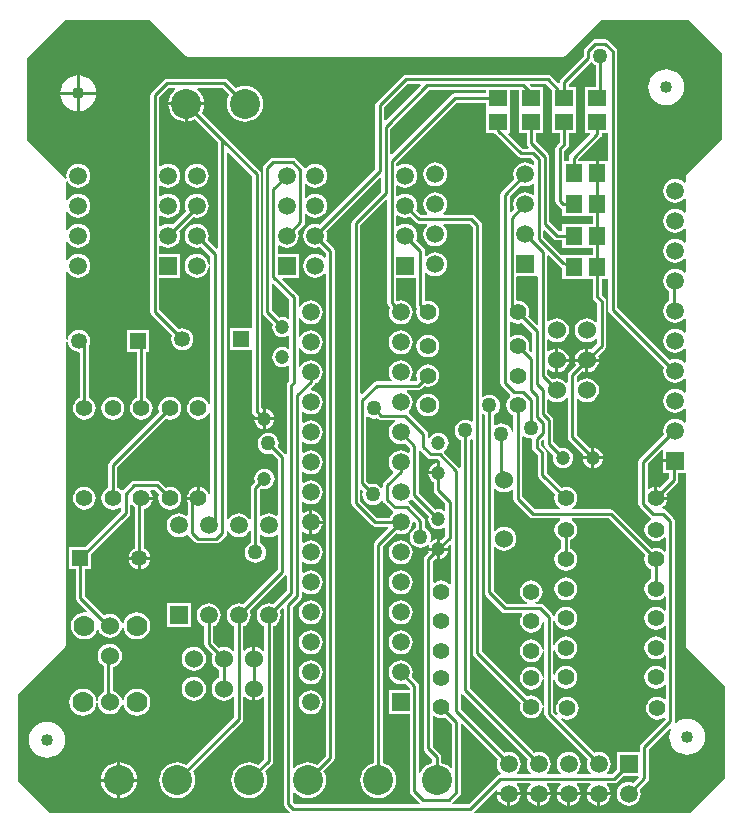
<source format=gtl>
%FSAX24Y24*%
%MOIN*%
G70*
G01*
G75*
G04 Layer_Physical_Order=1*
G04 Layer_Color=255*
%ADD10R,0.0591X0.0551*%
%ADD11R,0.0551X0.0591*%
%ADD12C,0.0100*%
%ADD13C,0.0472*%
%ADD14C,0.0400*%
%ADD15C,0.0591*%
%ADD16R,0.0591X0.0591*%
%ADD17C,0.1000*%
%ADD18R,0.0591X0.0591*%
%ADD19C,0.0532*%
%ADD20R,0.0532X0.0532*%
%ADD21C,0.0551*%
%ADD22C,0.0600*%
%ADD23C,0.0700*%
%ADD24C,0.0500*%
G36*
X025749Y022994D02*
X025834Y022959D01*
X025924Y022947D01*
X025929Y022946D01*
X025973Y022903D01*
Y022654D01*
X025984Y022596D01*
X026017Y022546D01*
X026157Y022407D01*
Y021740D01*
X026169Y021681D01*
X026202Y021632D01*
X026749Y021085D01*
X026734Y021048D01*
X026721Y020950D01*
X026734Y020852D01*
X026772Y020761D01*
X026832Y020682D01*
X026896Y020633D01*
X026879Y020583D01*
X026063D01*
X025653Y020993D01*
Y023005D01*
X025703Y023030D01*
X025749Y022994D01*
D02*
G37*
G36*
X020523Y023644D02*
X020609Y023609D01*
X020700Y023597D01*
X020791Y023609D01*
X020815Y023619D01*
X020842Y023592D01*
X020891Y023559D01*
X020901Y023557D01*
X020950Y023547D01*
X021395D01*
X021405Y023497D01*
X021401Y023495D01*
X021318Y023432D01*
X021255Y023349D01*
X021215Y023253D01*
X021201Y023150D01*
X021215Y023047D01*
X021255Y022951D01*
X021318Y022868D01*
X021401Y022805D01*
X021497Y022765D01*
X021600Y022751D01*
X021703Y022765D01*
X021750Y022784D01*
X021900Y022633D01*
Y022481D01*
X021851Y022456D01*
X021799Y022495D01*
X021703Y022535D01*
X021600Y022549D01*
X021497Y022535D01*
X021401Y022495D01*
X021318Y022432D01*
X021255Y022349D01*
X021215Y022253D01*
X021201Y022150D01*
X021215Y022047D01*
X021255Y021951D01*
X021318Y021868D01*
X021347Y021846D01*
X021350Y021796D01*
X021042Y021488D01*
X021009Y021439D01*
X020997Y021380D01*
Y021311D01*
X020947Y021294D01*
X020920Y021330D01*
X020847Y021386D01*
X020761Y021421D01*
X020670Y021433D01*
X020579Y021421D01*
X020555Y021411D01*
X020453Y021513D01*
Y023642D01*
X020498Y023664D01*
X020523Y023644D01*
D02*
G37*
G36*
X020339Y021195D02*
X020329Y021171D01*
X020317Y021080D01*
X020329Y020989D01*
X020364Y020903D01*
X020420Y020830D01*
X020493Y020774D01*
X020579Y020739D01*
X020670Y020727D01*
X020761Y020739D01*
X020847Y020774D01*
X020920Y020830D01*
X020952Y020872D01*
X021005Y020860D01*
X021009Y020841D01*
X021042Y020792D01*
X021292Y020542D01*
X021339Y020511D01*
X021342Y020507D01*
X021350Y020478D01*
X021350Y020456D01*
X021318Y020432D01*
X021255Y020349D01*
X021236Y020303D01*
X020813D01*
X020253Y020863D01*
Y021215D01*
X020299Y021235D01*
X020339Y021195D01*
D02*
G37*
G36*
X022492Y022302D02*
X022541Y022269D01*
X022551Y022267D01*
X022600Y022257D01*
X022827D01*
X022901Y022183D01*
X022900Y022181D01*
Y021800D01*
X022850D01*
Y021750D01*
X022517D01*
X022522Y021712D01*
X022556Y021630D01*
X022610Y021560D01*
X022680Y021506D01*
X022697Y021499D01*
Y021220D01*
X022709Y021161D01*
X022742Y021112D01*
X023087Y020767D01*
Y020548D01*
X023042Y020526D01*
X023020Y020544D01*
X022938Y020578D01*
X022850Y020589D01*
X022762Y020578D01*
X022746Y020571D01*
X022206Y021110D01*
Y022517D01*
X022256Y022537D01*
X022492Y022302D01*
D02*
G37*
G36*
X021147Y030875D02*
Y027450D01*
X021159Y027391D01*
X021192Y027342D01*
X021234Y027300D01*
X021215Y027253D01*
X021201Y027150D01*
X021215Y027047D01*
X021255Y026951D01*
X021318Y026868D01*
X021401Y026805D01*
X021497Y026765D01*
X021600Y026751D01*
X021703Y026765D01*
X021799Y026805D01*
X021882Y026868D01*
X021945Y026951D01*
X021985Y027047D01*
X021999Y027150D01*
X021985Y027253D01*
X021945Y027349D01*
X021882Y027432D01*
X021799Y027495D01*
X021703Y027535D01*
X021600Y027549D01*
X021503Y027536D01*
X021484Y027541D01*
X021453Y027562D01*
Y028305D01*
X022097D01*
Y027400D01*
X022109Y027341D01*
X022142Y027292D01*
X022149Y027285D01*
X022134Y027248D01*
X022121Y027150D01*
X022134Y027052D01*
X022172Y026961D01*
X022232Y026882D01*
X022311Y026822D01*
X022402Y026784D01*
X022500Y026771D01*
X022598Y026784D01*
X022689Y026822D01*
X022768Y026882D01*
X022828Y026961D01*
X022866Y027052D01*
X022879Y027150D01*
X022866Y027248D01*
X022828Y027339D01*
X022768Y027418D01*
X022689Y027478D01*
X022598Y027516D01*
X022500Y027529D01*
X022441Y027521D01*
X022403Y027554D01*
Y028471D01*
X022453Y028488D01*
X022468Y028468D01*
X022551Y028405D01*
X022647Y028365D01*
X022750Y028351D01*
X022853Y028365D01*
X022949Y028405D01*
X023032Y028468D01*
X023095Y028551D01*
X023135Y028647D01*
X023149Y028750D01*
X023135Y028853D01*
X023095Y028949D01*
X023032Y029032D01*
X022949Y029095D01*
X022853Y029135D01*
X022750Y029149D01*
X022647Y029135D01*
X022551Y029095D01*
X022468Y029032D01*
X022453Y029012D01*
X022403Y029029D01*
Y029200D01*
X022391Y029259D01*
X022358Y029308D01*
X022116Y029550D01*
X022135Y029597D01*
X022149Y029700D01*
X022135Y029803D01*
X022095Y029899D01*
X022032Y029982D01*
X021949Y030045D01*
X021853Y030085D01*
X021750Y030099D01*
X021647Y030085D01*
X021551Y030045D01*
X021503Y030009D01*
X021453Y030033D01*
Y030367D01*
X021503Y030391D01*
X021551Y030355D01*
X021647Y030315D01*
X021750Y030301D01*
X021853Y030315D01*
X021900Y030334D01*
X022092Y030142D01*
X022141Y030109D01*
X022200Y030097D01*
X022471D01*
X022488Y030047D01*
X022468Y030032D01*
X022405Y029949D01*
X022365Y029853D01*
X022351Y029750D01*
X022365Y029647D01*
X022405Y029551D01*
X022468Y029468D01*
X022551Y029405D01*
X022647Y029365D01*
X022750Y029351D01*
X022853Y029365D01*
X022949Y029405D01*
X023032Y029468D01*
X023095Y029551D01*
X023135Y029647D01*
X023149Y029750D01*
X023135Y029853D01*
X023095Y029949D01*
X023032Y030032D01*
X023012Y030047D01*
X023029Y030097D01*
X023887D01*
X023997Y029987D01*
Y023518D01*
X023952Y023496D01*
X023927Y023516D01*
X023841Y023551D01*
X023750Y023563D01*
X023659Y023551D01*
X023573Y023516D01*
X023500Y023460D01*
X023444Y023387D01*
X023409Y023301D01*
X023397Y023210D01*
X023409Y023119D01*
X023444Y023033D01*
X023500Y022960D01*
X023573Y022904D01*
X023597Y022895D01*
Y021985D01*
X023552Y021969D01*
X023547Y021969D01*
X023050Y022467D01*
X023054Y022533D01*
X023090Y022560D01*
X023144Y022630D01*
X023178Y022712D01*
X023189Y022800D01*
X023178Y022888D01*
X023144Y022970D01*
X023090Y023040D01*
X023020Y023094D01*
X022938Y023128D01*
X022850Y023139D01*
X022762Y023128D01*
X022680Y023094D01*
X022610Y023040D01*
X022556Y022970D01*
X022553Y022961D01*
X022503Y022971D01*
Y023080D01*
X022493Y023129D01*
X022491Y023139D01*
X022458Y023188D01*
X021859Y023787D01*
X021858Y023850D01*
X021882Y023868D01*
X021945Y023951D01*
X021985Y024047D01*
X021999Y024150D01*
X021985Y024253D01*
X021945Y024349D01*
X021882Y024432D01*
X021799Y024495D01*
X021795Y024497D01*
X021805Y024547D01*
X022159D01*
X022218Y024559D01*
X022268Y024592D01*
X022365Y024690D01*
X022402Y024675D01*
X022500Y024662D01*
X022598Y024675D01*
X022689Y024712D01*
X022768Y024773D01*
X022828Y024851D01*
X022866Y024943D01*
X022879Y025041D01*
X022866Y025139D01*
X022828Y025230D01*
X022768Y025308D01*
X022689Y025369D01*
X022598Y025406D01*
X022500Y025419D01*
X022402Y025406D01*
X022311Y025369D01*
X022232Y025308D01*
X022172Y025230D01*
X022134Y025139D01*
X022121Y025041D01*
X022134Y024943D01*
X022149Y024906D01*
X022096Y024853D01*
X021933D01*
X021909Y024903D01*
X021945Y024951D01*
X021985Y025047D01*
X021999Y025150D01*
X021985Y025253D01*
X021945Y025349D01*
X021882Y025432D01*
X021799Y025495D01*
X021703Y025535D01*
X021600Y025549D01*
X021497Y025535D01*
X021401Y025495D01*
X021318Y025432D01*
X021255Y025349D01*
X021215Y025253D01*
X021201Y025150D01*
X021215Y025047D01*
X021255Y024951D01*
X021291Y024903D01*
X021267Y024853D01*
X020790D01*
X020731Y024841D01*
X020682Y024808D01*
X020299Y024425D01*
X020253Y024445D01*
Y030047D01*
X021101Y030895D01*
X021147Y030875D01*
D02*
G37*
G36*
X026145Y028355D02*
X026173Y028316D01*
Y026759D01*
X026126Y026740D01*
X025851Y027015D01*
X025866Y027052D01*
X025879Y027150D01*
X025866Y027248D01*
X025828Y027339D01*
X025768Y027418D01*
X025689Y027478D01*
X025598Y027516D01*
X025500Y027529D01*
X025491Y027528D01*
X025453Y027561D01*
Y028319D01*
X025488Y028355D01*
X026145D01*
D02*
G37*
G36*
X017887Y027587D02*
Y026948D01*
X017842Y026926D01*
X017820Y026944D01*
X017738Y026978D01*
X017650Y026989D01*
X017562Y026978D01*
X017546Y026971D01*
X017303Y027213D01*
Y028105D01*
X017349Y028125D01*
X017887Y027587D01*
D02*
G37*
G36*
X025311Y026822D02*
X025402Y026784D01*
X025500Y026771D01*
X025598Y026784D01*
X025635Y026799D01*
X025973Y026461D01*
Y025834D01*
X025926Y025815D01*
X025851Y025890D01*
X025866Y025927D01*
X025879Y026025D01*
X025866Y026123D01*
X025828Y026214D01*
X025768Y026293D01*
X025689Y026353D01*
X025598Y026391D01*
X025500Y026404D01*
X025402Y026391D01*
X025311Y026353D01*
X025273Y026324D01*
X025223Y026349D01*
Y026826D01*
X025273Y026851D01*
X025311Y026822D01*
D02*
G37*
G36*
X026892Y028687D02*
X026892Y028687D01*
X026892Y028687D01*
X026917Y028670D01*
X026941Y028654D01*
X026942Y028654D01*
X026942Y028654D01*
X026981Y028638D01*
Y028255D01*
X027732D01*
Y028255D01*
X027768D01*
Y028255D01*
X027991D01*
Y027666D01*
X028002Y027608D01*
X028036Y027558D01*
X028137Y027457D01*
Y026846D01*
X028090Y026830D01*
X028085Y026835D01*
X028002Y026899D01*
X027904Y026940D01*
X027800Y026953D01*
X027696Y026940D01*
X027598Y026899D01*
X027515Y026835D01*
X027451Y026752D01*
X027410Y026654D01*
X027397Y026550D01*
X027410Y026446D01*
X027451Y026348D01*
X027515Y026265D01*
X027598Y026201D01*
X027696Y026160D01*
X027800Y026147D01*
X027904Y026160D01*
X028002Y026201D01*
X028085Y026265D01*
X028090Y026270D01*
X028137Y026254D01*
Y026103D01*
X027953Y025919D01*
X027904Y025940D01*
X027850Y025947D01*
Y025600D01*
X028197D01*
X028190Y025654D01*
X028170Y025703D01*
X028398Y025932D01*
X028431Y025981D01*
X028443Y026040D01*
Y027520D01*
X028433Y027569D01*
X028431Y027579D01*
X028398Y027628D01*
X028297Y027730D01*
Y028255D01*
X028507D01*
Y027240D01*
X028519Y027181D01*
X028552Y027132D01*
X030369Y025314D01*
X030365Y025303D01*
X030351Y025200D01*
X030365Y025097D01*
X030405Y025001D01*
X030468Y024918D01*
X030551Y024855D01*
X030647Y024815D01*
X030750Y024801D01*
X030853Y024815D01*
X030949Y024855D01*
X031032Y024918D01*
X031047Y024938D01*
X031097Y024921D01*
Y024479D01*
X031047Y024462D01*
X031032Y024482D01*
X030949Y024545D01*
X030853Y024585D01*
X030750Y024599D01*
X030647Y024585D01*
X030551Y024545D01*
X030468Y024482D01*
X030405Y024399D01*
X030365Y024303D01*
X030351Y024200D01*
X030365Y024097D01*
X030405Y024001D01*
X030468Y023918D01*
X030551Y023855D01*
X030647Y023815D01*
X030750Y023801D01*
X030853Y023815D01*
X030949Y023855D01*
X031032Y023918D01*
X031047Y023938D01*
X031097Y023921D01*
Y023479D01*
X031047Y023462D01*
X031032Y023482D01*
X030949Y023545D01*
X030853Y023585D01*
X030750Y023599D01*
X030647Y023585D01*
X030551Y023545D01*
X030468Y023482D01*
X030405Y023399D01*
X030365Y023303D01*
X030351Y023200D01*
X030365Y023097D01*
X030369Y023086D01*
X029562Y022278D01*
X029529Y022229D01*
X029517Y022170D01*
Y020770D01*
X029529Y020711D01*
X029562Y020662D01*
X029892Y020332D01*
X029941Y020299D01*
X029942Y020299D01*
X029949Y020275D01*
X029947Y020247D01*
X029911Y020232D01*
X029832Y020171D01*
X029772Y020093D01*
X029734Y020002D01*
X029721Y019904D01*
X029734Y019805D01*
X029772Y019714D01*
X029832Y019636D01*
X029911Y019575D01*
X030002Y019538D01*
X030100Y019525D01*
X030198Y019538D01*
X030289Y019575D01*
X030368Y019636D01*
X030380Y019651D01*
X030427Y019635D01*
Y019188D01*
X030380Y019172D01*
X030368Y019187D01*
X030289Y019247D01*
X030198Y019285D01*
X030100Y019298D01*
X030002Y019285D01*
X029965Y019270D01*
X028697Y020538D01*
X028648Y020571D01*
X028589Y020583D01*
X027321D01*
X027304Y020633D01*
X027368Y020682D01*
X027428Y020761D01*
X027466Y020852D01*
X027479Y020950D01*
X027466Y021048D01*
X027428Y021139D01*
X027368Y021218D01*
X027289Y021278D01*
X027198Y021316D01*
X027100Y021329D01*
X027002Y021316D01*
X026965Y021301D01*
X026463Y021803D01*
Y022470D01*
X026451Y022529D01*
X026418Y022578D01*
X026279Y022718D01*
Y022871D01*
X026326Y022919D01*
X026373Y022900D01*
Y022774D01*
X026384Y022716D01*
X026417Y022666D01*
X026679Y022404D01*
X026672Y022388D01*
X026661Y022300D01*
X026672Y022212D01*
X026706Y022130D01*
X026760Y022060D01*
X026830Y022006D01*
X026912Y021972D01*
X027000Y021961D01*
X027088Y021972D01*
X027170Y022006D01*
X027240Y022060D01*
X027294Y022130D01*
X027328Y022212D01*
X027339Y022300D01*
X027328Y022388D01*
X027294Y022470D01*
X027240Y022540D01*
X027170Y022594D01*
X027088Y022628D01*
X027000Y022639D01*
X026912Y022628D01*
X026896Y022621D01*
X026679Y022838D01*
Y023549D01*
X026667Y023607D01*
X026634Y023657D01*
X026479Y023812D01*
Y024235D01*
X026529Y024254D01*
X026598Y024201D01*
X026696Y024160D01*
X026800Y024147D01*
X026904Y024160D01*
X027002Y024201D01*
X027085Y024265D01*
X027107Y024293D01*
X027157Y024276D01*
Y022990D01*
X027169Y022931D01*
X027202Y022882D01*
X027679Y022404D01*
X027672Y022388D01*
X027667Y022350D01*
X027950D01*
Y022633D01*
X027912Y022628D01*
X027896Y022621D01*
X027463Y023053D01*
Y024254D01*
X027510Y024270D01*
X027515Y024265D01*
X027598Y024201D01*
X027696Y024160D01*
X027800Y024147D01*
X027904Y024160D01*
X028002Y024201D01*
X028085Y024265D01*
X028149Y024348D01*
X028190Y024446D01*
X028203Y024550D01*
X028190Y024654D01*
X028149Y024752D01*
X028085Y024835D01*
X028002Y024899D01*
X027904Y024940D01*
X027800Y024953D01*
X027696Y024940D01*
X027598Y024899D01*
X027515Y024835D01*
X027510Y024830D01*
X027463Y024846D01*
Y024997D01*
X027647Y025180D01*
X027696Y025160D01*
X027750Y025153D01*
Y025500D01*
X027403D01*
X027410Y025446D01*
X027431Y025397D01*
X027202Y025168D01*
X027169Y025119D01*
X027157Y025060D01*
Y024824D01*
X027107Y024807D01*
X027085Y024835D01*
X027002Y024899D01*
X026904Y024940D01*
X026800Y024953D01*
X026696Y024940D01*
X026647Y024920D01*
X026479Y025088D01*
Y025235D01*
X026529Y025254D01*
X026598Y025201D01*
X026696Y025160D01*
X026750Y025153D01*
Y025550D01*
Y025947D01*
X026696Y025940D01*
X026598Y025899D01*
X026529Y025846D01*
X026479Y025865D01*
Y026235D01*
X026529Y026254D01*
X026598Y026201D01*
X026696Y026160D01*
X026800Y026147D01*
X026904Y026160D01*
X027002Y026201D01*
X027085Y026265D01*
X027149Y026348D01*
X027190Y026446D01*
X027203Y026550D01*
X027190Y026654D01*
X027149Y026752D01*
X027085Y026835D01*
X027002Y026899D01*
X026904Y026940D01*
X026800Y026953D01*
X026696Y026940D01*
X026598Y026899D01*
X026529Y026846D01*
X026479Y026865D01*
Y029035D01*
X026525Y029054D01*
X026892Y028687D01*
D02*
G37*
G36*
X023997Y022902D02*
Y015800D01*
X024009Y015741D01*
X024042Y015692D01*
X025599Y014135D01*
X025584Y014098D01*
X025571Y014000D01*
X025584Y013902D01*
X025622Y013811D01*
X025682Y013732D01*
X025761Y013672D01*
X025852Y013634D01*
X025950Y013621D01*
X026048Y013634D01*
X026139Y013672D01*
X026218Y013732D01*
X026278Y013811D01*
X026316Y013902D01*
X026327Y013987D01*
X026377Y013983D01*
Y013770D01*
X026389Y013711D01*
X026422Y013662D01*
X027834Y012250D01*
X027815Y012203D01*
X027801Y012100D01*
X027815Y011997D01*
X027855Y011901D01*
X027918Y011818D01*
X027938Y011803D01*
X027921Y011753D01*
X027479D01*
X027462Y011803D01*
X027482Y011818D01*
X027545Y011901D01*
X027585Y011997D01*
X027599Y012100D01*
X027585Y012203D01*
X027545Y012299D01*
X027482Y012382D01*
X027399Y012445D01*
X027303Y012485D01*
X027200Y012499D01*
X027097Y012485D01*
X027001Y012445D01*
X026918Y012382D01*
X026855Y012299D01*
X026815Y012203D01*
X026801Y012100D01*
X026815Y011997D01*
X026855Y011901D01*
X026918Y011818D01*
X026938Y011803D01*
X026921Y011753D01*
X026479D01*
X026462Y011803D01*
X026482Y011818D01*
X026545Y011901D01*
X026585Y011997D01*
X026599Y012100D01*
X026585Y012203D01*
X026545Y012299D01*
X026482Y012382D01*
X026399Y012445D01*
X026303Y012485D01*
X026200Y012499D01*
X026097Y012485D01*
X026050Y012466D01*
X023903Y014613D01*
Y022895D01*
X023927Y022904D01*
X023952Y022924D01*
X023997Y022902D01*
D02*
G37*
G36*
X022761Y013672D02*
X022852Y013634D01*
X022950Y013621D01*
X023048Y013634D01*
X023085Y013649D01*
X023297Y013437D01*
Y011964D01*
X023250Y011947D01*
X023226Y011976D01*
X023135Y012051D01*
X023031Y012107D01*
X022953Y012131D01*
Y012330D01*
X022941Y012389D01*
X022908Y012438D01*
X022673Y012673D01*
Y013676D01*
X022723Y013701D01*
X022761Y013672D01*
D02*
G37*
G36*
X024834Y012250D02*
X024815Y012203D01*
X024801Y012100D01*
X024815Y011997D01*
X024855Y011901D01*
X024918Y011818D01*
X024938Y011803D01*
X024921Y011753D01*
X024920D01*
X024861Y011741D01*
X024812Y011708D01*
X023857Y010753D01*
X023338D01*
X023333Y010759D01*
X023319Y010803D01*
X023558Y011042D01*
X023591Y011091D01*
X023593Y011101D01*
X023603Y011150D01*
Y013415D01*
X023649Y013435D01*
X024834Y012250D01*
D02*
G37*
G36*
X025834D02*
X025815Y012203D01*
X025801Y012100D01*
X025815Y011997D01*
X025855Y011901D01*
X025918Y011818D01*
X025938Y011803D01*
X025921Y011753D01*
X025479D01*
X025462Y011803D01*
X025482Y011818D01*
X025545Y011901D01*
X025585Y011997D01*
X025599Y012100D01*
X025585Y012203D01*
X025545Y012299D01*
X025482Y012382D01*
X025399Y012445D01*
X025303Y012485D01*
X025200Y012499D01*
X025097Y012485D01*
X025050Y012466D01*
X023593Y013923D01*
Y014425D01*
X023638Y014441D01*
X023643Y014441D01*
X025834Y012250D01*
D02*
G37*
G36*
X030355Y022568D02*
Y022250D01*
X030750D01*
Y022150D01*
X030355D01*
Y021805D01*
X030547D01*
Y021613D01*
X030235Y021301D01*
X030198Y021316D01*
X030150Y021322D01*
Y021000D01*
X030472D01*
X030466Y021048D01*
X030451Y021085D01*
X030808Y021442D01*
X030841Y021491D01*
X030853Y021550D01*
Y021805D01*
X031097D01*
Y016050D01*
X031109Y015991D01*
X031142Y015942D01*
X032397Y014687D01*
Y011613D01*
X031237Y010453D01*
X024058D01*
X024053Y010459D01*
X024039Y010503D01*
X024776Y011240D01*
X024818Y011211D01*
X024815Y011203D01*
X024808Y011150D01*
X025592D01*
X025585Y011203D01*
X025545Y011299D01*
X025482Y011382D01*
X025462Y011397D01*
X025479Y011447D01*
X025921D01*
X025938Y011397D01*
X025918Y011382D01*
X025855Y011299D01*
X025815Y011203D01*
X025808Y011150D01*
X026592D01*
X026585Y011203D01*
X026545Y011299D01*
X026482Y011382D01*
X026462Y011397D01*
X026479Y011447D01*
X026921D01*
X026938Y011397D01*
X026918Y011382D01*
X026855Y011299D01*
X026815Y011203D01*
X026808Y011150D01*
X027592D01*
X027585Y011203D01*
X027545Y011299D01*
X027482Y011382D01*
X027462Y011397D01*
X027479Y011447D01*
X027921D01*
X027938Y011397D01*
X027918Y011382D01*
X027855Y011299D01*
X027815Y011203D01*
X027808Y011150D01*
X028592D01*
X028585Y011203D01*
X028545Y011299D01*
X028482Y011382D01*
X028462Y011397D01*
X028479Y011447D01*
X028700D01*
X028759Y011459D01*
X028808Y011492D01*
X029021Y011705D01*
X029518D01*
X029538Y011655D01*
X029350Y011466D01*
X029303Y011485D01*
X029200Y011499D01*
X029097Y011485D01*
X029001Y011445D01*
X028918Y011382D01*
X028855Y011299D01*
X028815Y011203D01*
X028801Y011100D01*
X028815Y010997D01*
X028855Y010901D01*
X028918Y010818D01*
X029001Y010755D01*
X029097Y010715D01*
X029200Y010701D01*
X029303Y010715D01*
X029399Y010755D01*
X029482Y010818D01*
X029545Y010901D01*
X029585Y010997D01*
X029599Y011100D01*
X029585Y011203D01*
X029566Y011250D01*
X029828Y011512D01*
X029861Y011561D01*
X029873Y011620D01*
Y012597D01*
X030570Y013294D01*
X030611Y013264D01*
X030593Y013231D01*
X030559Y013118D01*
X030547Y013000D01*
X030559Y012882D01*
X030593Y012769D01*
X030649Y012665D01*
X030724Y012574D01*
X030815Y012499D01*
X030919Y012443D01*
X031032Y012409D01*
X031150Y012397D01*
X031268Y012409D01*
X031381Y012443D01*
X031485Y012499D01*
X031576Y012574D01*
X031651Y012665D01*
X031707Y012769D01*
X031741Y012882D01*
X031753Y013000D01*
X031741Y013118D01*
X031707Y013231D01*
X031651Y013335D01*
X031576Y013426D01*
X031485Y013501D01*
X031381Y013557D01*
X031268Y013591D01*
X031150Y013603D01*
X031032Y013591D01*
X030919Y013557D01*
X030815Y013501D01*
X030773Y013467D01*
X030728Y013494D01*
X030733Y013520D01*
Y020200D01*
X030721Y020259D01*
X030688Y020308D01*
X030448Y020548D01*
X030399Y020581D01*
X030340Y020593D01*
X030334D01*
X030317Y020643D01*
X030368Y020682D01*
X030428Y020761D01*
X030466Y020852D01*
X030472Y020900D01*
X030100D01*
Y020950D01*
X030050D01*
Y021322D01*
X030002Y021316D01*
X029911Y021278D01*
X029873Y021249D01*
X029823Y021274D01*
Y022107D01*
X030305Y022588D01*
X030355Y022568D01*
D02*
G37*
G36*
X024765Y021265D02*
X024848Y021201D01*
X024946Y021160D01*
X025050Y021147D01*
X025154Y021160D01*
X025252Y021201D01*
X025297Y021235D01*
X025347Y021211D01*
Y020930D01*
X025359Y020871D01*
X025392Y020822D01*
X025892Y020322D01*
X025941Y020289D01*
X026000Y020277D01*
X026891D01*
X026903Y020248D01*
X026905Y020227D01*
X026832Y020171D01*
X026772Y020093D01*
X026734Y020002D01*
X026721Y019904D01*
X026734Y019805D01*
X026772Y019714D01*
X026832Y019636D01*
X026911Y019575D01*
X026947Y019560D01*
Y019262D01*
X026911Y019247D01*
X026832Y019187D01*
X026772Y019109D01*
X026734Y019017D01*
X026721Y018919D01*
X026734Y018821D01*
X026772Y018730D01*
X026832Y018651D01*
X026911Y018591D01*
X027002Y018553D01*
X027100Y018540D01*
X027198Y018553D01*
X027289Y018591D01*
X027368Y018651D01*
X027428Y018730D01*
X027466Y018821D01*
X027479Y018919D01*
X027466Y019017D01*
X027428Y019109D01*
X027368Y019187D01*
X027289Y019247D01*
X027253Y019262D01*
Y019560D01*
X027289Y019575D01*
X027368Y019636D01*
X027428Y019714D01*
X027466Y019805D01*
X027479Y019904D01*
X027466Y020002D01*
X027428Y020093D01*
X027368Y020171D01*
X027295Y020227D01*
X027297Y020248D01*
X027309Y020277D01*
X028526D01*
X029749Y019054D01*
X029734Y019017D01*
X029721Y018919D01*
X029734Y018821D01*
X029772Y018730D01*
X029832Y018651D01*
X029911Y018591D01*
X029947Y018576D01*
Y018278D01*
X029911Y018263D01*
X029832Y018203D01*
X029772Y018124D01*
X029734Y018033D01*
X029721Y017935D01*
X029734Y017837D01*
X029772Y017746D01*
X029832Y017667D01*
X029911Y017607D01*
X030002Y017569D01*
X030100Y017556D01*
X030198Y017569D01*
X030289Y017607D01*
X030368Y017667D01*
X030380Y017683D01*
X030427Y017667D01*
Y017219D01*
X030380Y017203D01*
X030368Y017219D01*
X030289Y017279D01*
X030198Y017317D01*
X030100Y017330D01*
X030002Y017317D01*
X029911Y017279D01*
X029832Y017219D01*
X029772Y017140D01*
X029734Y017049D01*
X029721Y016951D01*
X029734Y016853D01*
X029772Y016761D01*
X029832Y016683D01*
X029911Y016623D01*
X030002Y016585D01*
X030100Y016572D01*
X030198Y016585D01*
X030289Y016623D01*
X030368Y016683D01*
X030380Y016698D01*
X030427Y016682D01*
Y016235D01*
X030380Y016219D01*
X030368Y016234D01*
X030289Y016295D01*
X030198Y016332D01*
X030100Y016345D01*
X030002Y016332D01*
X029911Y016295D01*
X029832Y016234D01*
X029772Y016156D01*
X029734Y016065D01*
X029721Y015967D01*
X029734Y015868D01*
X029772Y015777D01*
X029832Y015699D01*
X029911Y015638D01*
X030002Y015601D01*
X030100Y015588D01*
X030198Y015601D01*
X030289Y015638D01*
X030368Y015699D01*
X030380Y015714D01*
X030427Y015698D01*
Y015251D01*
X030380Y015235D01*
X030368Y015250D01*
X030289Y015310D01*
X030198Y015348D01*
X030100Y015361D01*
X030002Y015348D01*
X029911Y015310D01*
X029832Y015250D01*
X029772Y015172D01*
X029734Y015080D01*
X029721Y014982D01*
X029734Y014884D01*
X029772Y014793D01*
X029832Y014714D01*
X029911Y014654D01*
X030002Y014616D01*
X030100Y014603D01*
X030198Y014616D01*
X030289Y014654D01*
X030368Y014714D01*
X030380Y014730D01*
X030427Y014714D01*
Y014274D01*
X030377Y014249D01*
X030339Y014278D01*
X030248Y014316D01*
X030150Y014329D01*
X030052Y014316D01*
X029961Y014278D01*
X029882Y014218D01*
X029822Y014139D01*
X029784Y014048D01*
X029771Y013950D01*
X029784Y013852D01*
X029822Y013761D01*
X029882Y013682D01*
X029961Y013622D01*
X030052Y013584D01*
X030150Y013571D01*
X030248Y013584D01*
X030339Y013622D01*
X030377Y013651D01*
X030419Y013630D01*
X030424Y013580D01*
X029612Y012768D01*
X029579Y012719D01*
X029567Y012660D01*
Y012495D01*
X028805D01*
Y011921D01*
X028637Y011753D01*
X028479D01*
X028462Y011803D01*
X028482Y011818D01*
X028545Y011901D01*
X028585Y011997D01*
X028599Y012100D01*
X028585Y012203D01*
X028545Y012299D01*
X028482Y012382D01*
X028399Y012445D01*
X028303Y012485D01*
X028200Y012499D01*
X028097Y012485D01*
X028050Y012466D01*
X026935Y013581D01*
X026961Y013622D01*
X027052Y013584D01*
X027150Y013571D01*
X027248Y013584D01*
X027339Y013622D01*
X027418Y013682D01*
X027478Y013761D01*
X027516Y013852D01*
X027529Y013950D01*
X027516Y014048D01*
X027478Y014139D01*
X027418Y014218D01*
X027339Y014278D01*
X027248Y014316D01*
X027150Y014329D01*
X027052Y014316D01*
X026961Y014278D01*
X026882Y014218D01*
X026822Y014139D01*
X026784Y014048D01*
X026771Y013950D01*
X026784Y013852D01*
X026822Y013761D01*
X026781Y013735D01*
X026683Y013833D01*
Y014890D01*
X026733Y014893D01*
X026734Y014884D01*
X026772Y014793D01*
X026832Y014714D01*
X026911Y014654D01*
X027002Y014616D01*
X027100Y014603D01*
X027198Y014616D01*
X027289Y014654D01*
X027368Y014714D01*
X027428Y014793D01*
X027466Y014884D01*
X027479Y014982D01*
X027466Y015080D01*
X027428Y015172D01*
X027368Y015250D01*
X027289Y015310D01*
X027198Y015348D01*
X027100Y015361D01*
X027002Y015348D01*
X026911Y015310D01*
X026832Y015250D01*
X026772Y015172D01*
X026734Y015080D01*
X026733Y015072D01*
X026683Y015075D01*
Y015874D01*
X026733Y015877D01*
X026734Y015868D01*
X026772Y015777D01*
X026832Y015699D01*
X026911Y015638D01*
X027002Y015601D01*
X027100Y015588D01*
X027198Y015601D01*
X027289Y015638D01*
X027368Y015699D01*
X027428Y015777D01*
X027466Y015868D01*
X027479Y015967D01*
X027466Y016065D01*
X027428Y016156D01*
X027368Y016234D01*
X027289Y016295D01*
X027198Y016332D01*
X027100Y016345D01*
X027002Y016332D01*
X026911Y016295D01*
X026832Y016234D01*
X026772Y016156D01*
X026734Y016065D01*
X026733Y016056D01*
X026683Y016059D01*
Y016858D01*
X026733Y016861D01*
X026734Y016853D01*
X026772Y016761D01*
X026832Y016683D01*
X026911Y016623D01*
X027002Y016585D01*
X027100Y016572D01*
X027198Y016585D01*
X027289Y016623D01*
X027368Y016683D01*
X027428Y016761D01*
X027466Y016853D01*
X027479Y016951D01*
X027466Y017049D01*
X027428Y017140D01*
X027368Y017219D01*
X027289Y017279D01*
X027198Y017317D01*
X027100Y017330D01*
X027002Y017317D01*
X026911Y017279D01*
X026832Y017219D01*
X026772Y017140D01*
X026734Y017049D01*
X026730Y017019D01*
X026679Y017017D01*
X026671Y017059D01*
X026638Y017108D01*
X026358Y017388D01*
X026309Y017421D01*
X026250Y017433D01*
X026091D01*
X026081Y017483D01*
X026139Y017507D01*
X026218Y017567D01*
X026278Y017646D01*
X026316Y017737D01*
X026329Y017835D01*
X026316Y017933D01*
X026278Y018024D01*
X026218Y018103D01*
X026139Y018163D01*
X026048Y018201D01*
X025950Y018214D01*
X025852Y018201D01*
X025761Y018163D01*
X025682Y018103D01*
X025622Y018024D01*
X025584Y017933D01*
X025571Y017835D01*
X025584Y017737D01*
X025622Y017646D01*
X025682Y017567D01*
X025761Y017507D01*
X025819Y017483D01*
X025809Y017433D01*
X025143D01*
X024703Y017873D01*
Y019317D01*
X024750Y019334D01*
X024765Y019315D01*
X024848Y019251D01*
X024946Y019210D01*
X025050Y019197D01*
X025154Y019210D01*
X025252Y019251D01*
X025335Y019315D01*
X025399Y019398D01*
X025440Y019496D01*
X025453Y019600D01*
X025440Y019704D01*
X025399Y019802D01*
X025335Y019885D01*
X025252Y019949D01*
X025154Y019990D01*
X025050Y020003D01*
X024946Y019990D01*
X024848Y019949D01*
X024765Y019885D01*
X024750Y019866D01*
X024703Y019883D01*
Y021267D01*
X024750Y021284D01*
X024765Y021265D01*
D02*
G37*
G36*
X020947Y031615D02*
Y031173D01*
X019992Y030218D01*
X019959Y030169D01*
X019947Y030110D01*
Y020800D01*
X019959Y020741D01*
X019992Y020692D01*
X020642Y020042D01*
X020691Y020009D01*
X020750Y019997D01*
X021165D01*
X021185Y019951D01*
X020742Y019508D01*
X020709Y019459D01*
X020697Y019400D01*
Y012131D01*
X020619Y012107D01*
X020515Y012051D01*
X020424Y011976D01*
X020349Y011885D01*
X020293Y011781D01*
X020259Y011668D01*
X020247Y011550D01*
X020259Y011432D01*
X020293Y011319D01*
X020349Y011215D01*
X020424Y011124D01*
X020515Y011049D01*
X020619Y010993D01*
X020732Y010959D01*
X020850Y010947D01*
X020968Y010959D01*
X021081Y010993D01*
X021185Y011049D01*
X021276Y011124D01*
X021351Y011215D01*
X021407Y011319D01*
X021441Y011432D01*
X021453Y011550D01*
X021441Y011668D01*
X021407Y011781D01*
X021351Y011885D01*
X021276Y011976D01*
X021185Y012051D01*
X021081Y012107D01*
X021003Y012131D01*
Y019337D01*
X021450Y019784D01*
X021497Y019765D01*
X021600Y019751D01*
X021703Y019765D01*
X021799Y019805D01*
X021882Y019868D01*
X021945Y019951D01*
X021985Y020047D01*
X021999Y020150D01*
X021996Y020171D01*
X022041Y020193D01*
X022097Y020137D01*
Y019965D01*
X022073Y019956D01*
X022000Y019900D01*
X021944Y019827D01*
X021909Y019741D01*
X021897Y019650D01*
X021909Y019559D01*
X021944Y019473D01*
X022000Y019400D01*
X022073Y019344D01*
X022159Y019309D01*
X022250Y019297D01*
X022341Y019309D01*
X022427Y019344D01*
X022492Y019394D01*
X022522Y019380D01*
X022535Y019367D01*
X022522Y019338D01*
X022517Y019300D01*
X022800D01*
Y019583D01*
X022762Y019578D01*
X022680Y019544D01*
X022620Y019497D01*
X022577Y019524D01*
X022591Y019559D01*
X022603Y019650D01*
X022591Y019741D01*
X022556Y019827D01*
X022500Y019900D01*
X022427Y019956D01*
X022403Y019965D01*
Y020200D01*
X022391Y020259D01*
X022358Y020308D01*
X021908Y020758D01*
X021861Y020789D01*
X021858Y020792D01*
X021850Y020844D01*
X021882Y020868D01*
X021910Y020904D01*
X021976Y020908D01*
X022529Y020354D01*
X022522Y020338D01*
X022511Y020250D01*
X022522Y020162D01*
X022556Y020080D01*
X022610Y020010D01*
X022680Y019956D01*
X022762Y019922D01*
X022850Y019911D01*
X022938Y019922D01*
X023020Y019956D01*
X023042Y019974D01*
X023087Y019952D01*
Y019703D01*
X022954Y019571D01*
X022938Y019578D01*
X022900Y019583D01*
Y019300D01*
X023183D01*
X023178Y019338D01*
X023171Y019354D01*
X023241Y019425D01*
X023287Y019405D01*
Y018095D01*
X023237Y018078D01*
X023218Y018103D01*
X023139Y018163D01*
X023048Y018201D01*
X022950Y018214D01*
X022852Y018201D01*
X022761Y018163D01*
X022723Y018134D01*
X022673Y018159D01*
Y018857D01*
X022746Y018929D01*
X022762Y018922D01*
X022800Y018917D01*
Y019200D01*
X022517D01*
X022522Y019162D01*
X022529Y019146D01*
X022412Y019028D01*
X022379Y018979D01*
X022367Y018920D01*
Y012610D01*
X022379Y012551D01*
X022412Y012502D01*
X022647Y012267D01*
Y012131D01*
X022569Y012107D01*
X022465Y012051D01*
X022374Y011976D01*
X022299Y011885D01*
X022253Y011799D01*
X022203Y011812D01*
Y014700D01*
X022191Y014759D01*
X022158Y014808D01*
X021966Y015000D01*
X021985Y015047D01*
X021999Y015150D01*
X021985Y015253D01*
X021945Y015349D01*
X021882Y015432D01*
X021799Y015495D01*
X021703Y015535D01*
X021600Y015549D01*
X021497Y015535D01*
X021401Y015495D01*
X021318Y015432D01*
X021255Y015349D01*
X021215Y015253D01*
X021201Y015150D01*
X021215Y015047D01*
X021255Y014951D01*
X021318Y014868D01*
X021401Y014805D01*
X021497Y014765D01*
X021600Y014751D01*
X021703Y014765D01*
X021750Y014784D01*
X021897Y014637D01*
Y014545D01*
X021205D01*
Y013755D01*
X021897D01*
Y011200D01*
X021909Y011141D01*
X021942Y011092D01*
X022231Y010803D01*
X022217Y010759D01*
X022212Y010753D01*
X018083D01*
X018003Y010833D01*
Y011136D01*
X018050Y011153D01*
X018074Y011124D01*
X018165Y011049D01*
X018269Y010993D01*
X018382Y010959D01*
X018500Y010947D01*
X018618Y010959D01*
X018731Y010993D01*
X018835Y011049D01*
X018926Y011124D01*
X019001Y011215D01*
X019057Y011319D01*
X019091Y011432D01*
X019103Y011550D01*
X019091Y011668D01*
X019057Y011781D01*
X019019Y011852D01*
X019353Y012187D01*
X019387Y012237D01*
X019398Y012295D01*
Y029205D01*
X019387Y029263D01*
X019353Y029313D01*
X019116Y029550D01*
X019135Y029597D01*
X019149Y029700D01*
X019135Y029803D01*
X019116Y029850D01*
X020901Y031635D01*
X020947Y031615D01*
D02*
G37*
G36*
X024373Y023744D02*
X024397Y023735D01*
Y017810D01*
X024409Y017751D01*
X024442Y017702D01*
X024972Y017172D01*
X025021Y017139D01*
X025080Y017127D01*
X025626D01*
X025650Y017077D01*
X025622Y017040D01*
X025584Y016949D01*
X025571Y016851D01*
X025584Y016753D01*
X025622Y016661D01*
X025682Y016583D01*
X025761Y016523D01*
X025852Y016485D01*
X025950Y016472D01*
X026048Y016485D01*
X026139Y016523D01*
X026218Y016583D01*
X026278Y016661D01*
X026316Y016753D01*
X026327Y016837D01*
X026377Y016834D01*
Y015883D01*
X026332Y015880D01*
X026329Y015880D01*
X026327Y015880D01*
X026327Y015880D01*
X026324Y015901D01*
Y015901D01*
X026316Y015965D01*
X026278Y016056D01*
X026218Y016134D01*
X026139Y016195D01*
X026048Y016232D01*
X025950Y016245D01*
X025852Y016232D01*
X025761Y016195D01*
X025682Y016134D01*
X025622Y016056D01*
X025584Y015965D01*
X025571Y015867D01*
X025584Y015768D01*
X025622Y015677D01*
X025682Y015599D01*
X025761Y015538D01*
X025852Y015501D01*
X025950Y015488D01*
X026048Y015501D01*
X026139Y015538D01*
X026218Y015599D01*
X026278Y015677D01*
X026316Y015768D01*
X026324Y015832D01*
Y015832D01*
X026327Y015853D01*
X026327Y015853D01*
X026329Y015853D01*
X026332Y015853D01*
X026377Y015850D01*
Y014967D01*
X026332Y014964D01*
X026329Y014964D01*
X026327Y014963D01*
X026327Y014963D01*
X026324Y014984D01*
Y014984D01*
X026316Y015048D01*
X026278Y015139D01*
X026218Y015218D01*
X026139Y015278D01*
X026048Y015316D01*
X025950Y015329D01*
X025852Y015316D01*
X025761Y015278D01*
X025682Y015218D01*
X025622Y015139D01*
X025584Y015048D01*
X025571Y014950D01*
X025584Y014852D01*
X025622Y014761D01*
X025682Y014682D01*
X025761Y014622D01*
X025852Y014584D01*
X025950Y014571D01*
X026048Y014584D01*
X026139Y014622D01*
X026218Y014682D01*
X026278Y014761D01*
X026316Y014852D01*
X026324Y014916D01*
Y014916D01*
X026327Y014937D01*
X026327Y014937D01*
X026329Y014936D01*
X026332Y014936D01*
X026377Y014933D01*
Y014017D01*
X026327Y014013D01*
X026316Y014098D01*
X026278Y014189D01*
X026218Y014268D01*
X026139Y014328D01*
X026048Y014366D01*
X025950Y014379D01*
X025852Y014366D01*
X025815Y014351D01*
X024303Y015863D01*
Y023742D01*
X024348Y023764D01*
X024373Y023744D01*
D02*
G37*
G36*
X017778Y018381D02*
X017802Y018367D01*
Y017868D01*
X017350Y017416D01*
X017303Y017435D01*
X017200Y017449D01*
X017097Y017435D01*
X017001Y017395D01*
X016918Y017332D01*
X016855Y017249D01*
X016815Y017153D01*
X016801Y017050D01*
X016815Y016947D01*
X016855Y016851D01*
X016918Y016768D01*
X017001Y016705D01*
X017047Y016686D01*
Y015883D01*
X017000Y015866D01*
X016985Y015885D01*
X016902Y015949D01*
X016804Y015990D01*
X016750Y015997D01*
Y015600D01*
X016650D01*
Y015997D01*
X016596Y015990D01*
X016498Y015949D01*
X016415Y015885D01*
X016400Y015866D01*
X016353Y015883D01*
Y016686D01*
X016399Y016705D01*
X016482Y016768D01*
X016545Y016851D01*
X016585Y016947D01*
X016599Y017050D01*
X016585Y017153D01*
X016566Y017200D01*
X017752Y018385D01*
X017778Y018381D01*
D02*
G37*
G36*
X026692Y029592D02*
X026741Y029559D01*
X026751Y029557D01*
X026800Y029547D01*
X026981D01*
Y029305D01*
X027732D01*
Y029305D01*
X027768D01*
Y029305D01*
X027991D01*
Y029045D01*
X027768D01*
Y029045D01*
X027732D01*
Y029045D01*
X026981D01*
X026981Y029045D01*
Y029045D01*
X026942Y029070D01*
X026353Y029659D01*
Y029865D01*
X026399Y029885D01*
X026692Y029592D01*
D02*
G37*
G36*
X024455Y033915D02*
X024455D01*
Y033879D01*
X024455D01*
Y033128D01*
X024718D01*
X024742Y033092D01*
X025492Y032342D01*
X025541Y032309D01*
X025600Y032297D01*
X025937D01*
X026047Y032187D01*
Y032083D01*
X025997Y032059D01*
X025949Y032095D01*
X025853Y032135D01*
X025750Y032149D01*
X025647Y032135D01*
X025551Y032095D01*
X025468Y032032D01*
X025405Y031949D01*
X025365Y031853D01*
X025351Y031750D01*
X025365Y031647D01*
X025384Y031600D01*
X024962Y031178D01*
X024929Y031129D01*
X024917Y031070D01*
Y024800D01*
X024929Y024741D01*
X024962Y024692D01*
X025252Y024402D01*
X025249Y024337D01*
X025232Y024324D01*
X025172Y024246D01*
X025134Y024154D01*
X025121Y024056D01*
X025134Y023958D01*
X025172Y023867D01*
X025232Y023788D01*
X025311Y023728D01*
X025347Y023713D01*
Y023149D01*
X025297Y023145D01*
X025291Y023191D01*
X025256Y023277D01*
X025200Y023350D01*
X025127Y023406D01*
X025041Y023441D01*
X024950Y023453D01*
X024859Y023441D01*
X024773Y023406D01*
X024748Y023386D01*
X024703Y023408D01*
Y023735D01*
X024727Y023744D01*
X024800Y023800D01*
X024856Y023873D01*
X024891Y023959D01*
X024903Y024050D01*
X024891Y024141D01*
X024856Y024227D01*
X024800Y024300D01*
X024727Y024356D01*
X024641Y024391D01*
X024550Y024403D01*
X024459Y024391D01*
X024373Y024356D01*
X024348Y024336D01*
X024303Y024358D01*
Y030050D01*
X024291Y030109D01*
X024258Y030158D01*
X024058Y030358D01*
X024009Y030391D01*
X023950Y030403D01*
X023029D01*
X023012Y030453D01*
X023032Y030468D01*
X023095Y030551D01*
X023135Y030647D01*
X023149Y030750D01*
X023135Y030853D01*
X023095Y030949D01*
X023032Y031032D01*
X022949Y031095D01*
X022853Y031135D01*
X022750Y031149D01*
X022647Y031135D01*
X022551Y031095D01*
X022468Y031032D01*
X022405Y030949D01*
X022365Y030853D01*
X022351Y030750D01*
X022365Y030647D01*
X022405Y030551D01*
X022468Y030468D01*
X022488Y030453D01*
X022471Y030403D01*
X022263D01*
X022116Y030550D01*
X022135Y030597D01*
X022149Y030700D01*
X022135Y030803D01*
X022095Y030899D01*
X022032Y030982D01*
X021949Y031045D01*
X021853Y031085D01*
X021750Y031099D01*
X021647Y031085D01*
X021551Y031045D01*
X021503Y031009D01*
X021453Y031033D01*
Y031367D01*
X021503Y031391D01*
X021551Y031355D01*
X021647Y031315D01*
X021750Y031301D01*
X021853Y031315D01*
X021949Y031355D01*
X022032Y031418D01*
X022095Y031501D01*
X022135Y031597D01*
X022149Y031700D01*
X022135Y031803D01*
X022095Y031899D01*
X022032Y031982D01*
X021949Y032045D01*
X021853Y032085D01*
X021750Y032099D01*
X021647Y032085D01*
X021551Y032045D01*
X021503Y032009D01*
X021453Y032033D01*
Y032137D01*
X023454Y034138D01*
X024455D01*
Y033915D01*
D02*
G37*
G36*
X032297Y035778D02*
Y032913D01*
X031142Y031758D01*
X031109Y031709D01*
X031097Y031650D01*
Y031479D01*
X031047Y031462D01*
X031032Y031482D01*
X030949Y031545D01*
X030853Y031585D01*
X030750Y031599D01*
X030647Y031585D01*
X030551Y031545D01*
X030468Y031482D01*
X030405Y031399D01*
X030365Y031303D01*
X030351Y031200D01*
X030365Y031097D01*
X030405Y031001D01*
X030468Y030918D01*
X030551Y030855D01*
X030647Y030815D01*
X030750Y030801D01*
X030853Y030815D01*
X030949Y030855D01*
X031032Y030918D01*
X031047Y030938D01*
X031097Y030921D01*
Y030479D01*
X031047Y030462D01*
X031032Y030482D01*
X030949Y030545D01*
X030853Y030585D01*
X030750Y030599D01*
X030647Y030585D01*
X030551Y030545D01*
X030468Y030482D01*
X030405Y030399D01*
X030365Y030303D01*
X030351Y030200D01*
X030365Y030097D01*
X030405Y030001D01*
X030468Y029918D01*
X030551Y029855D01*
X030647Y029815D01*
X030750Y029801D01*
X030853Y029815D01*
X030949Y029855D01*
X031032Y029918D01*
X031047Y029938D01*
X031097Y029921D01*
Y029479D01*
X031047Y029462D01*
X031032Y029482D01*
X030949Y029545D01*
X030853Y029585D01*
X030750Y029599D01*
X030647Y029585D01*
X030551Y029545D01*
X030468Y029482D01*
X030405Y029399D01*
X030365Y029303D01*
X030351Y029200D01*
X030365Y029097D01*
X030405Y029001D01*
X030468Y028918D01*
X030551Y028855D01*
X030647Y028815D01*
X030750Y028801D01*
X030853Y028815D01*
X030949Y028855D01*
X031032Y028918D01*
X031047Y028938D01*
X031097Y028921D01*
Y028479D01*
X031047Y028462D01*
X031032Y028482D01*
X030949Y028545D01*
X030853Y028585D01*
X030750Y028599D01*
X030647Y028585D01*
X030551Y028545D01*
X030468Y028482D01*
X030405Y028399D01*
X030365Y028303D01*
X030351Y028200D01*
X030365Y028097D01*
X030405Y028001D01*
X030468Y027918D01*
X030547Y027857D01*
Y027543D01*
X030468Y027482D01*
X030405Y027399D01*
X030365Y027303D01*
X030351Y027200D01*
X030365Y027097D01*
X030405Y027001D01*
X030468Y026918D01*
X030551Y026855D01*
X030647Y026815D01*
X030750Y026801D01*
X030853Y026815D01*
X030949Y026855D01*
X031032Y026918D01*
X031047Y026938D01*
X031097Y026921D01*
Y026479D01*
X031047Y026462D01*
X031032Y026482D01*
X030949Y026545D01*
X030853Y026585D01*
X030750Y026599D01*
X030647Y026585D01*
X030551Y026545D01*
X030468Y026482D01*
X030405Y026399D01*
X030365Y026303D01*
X030351Y026200D01*
X030365Y026097D01*
X030405Y026001D01*
X030468Y025918D01*
X030551Y025855D01*
X030647Y025815D01*
X030750Y025801D01*
X030853Y025815D01*
X030949Y025855D01*
X031032Y025918D01*
X031047Y025938D01*
X031097Y025921D01*
Y025479D01*
X031047Y025462D01*
X031032Y025482D01*
X030949Y025545D01*
X030853Y025585D01*
X030750Y025599D01*
X030647Y025585D01*
X030565Y025551D01*
X028813Y027303D01*
Y035856D01*
X028801Y035914D01*
X028768Y035964D01*
X028524Y036208D01*
X028474Y036241D01*
X028416Y036253D01*
X028084D01*
X028036Y036243D01*
X028026Y036241D01*
X027976Y036208D01*
X027742Y035974D01*
X027709Y035924D01*
X027697Y035866D01*
Y035693D01*
X026942Y034938D01*
X026909Y034889D01*
X026897Y034830D01*
Y034795D01*
X026851Y034775D01*
X026602Y035024D01*
X026552Y035057D01*
X026494Y035069D01*
X021766D01*
X021708Y035057D01*
X021658Y035024D01*
X020792Y034158D01*
X020759Y034109D01*
X020747Y034050D01*
Y031913D01*
X018900Y030066D01*
X018853Y030085D01*
X018750Y030099D01*
X018647Y030085D01*
X018551Y030045D01*
X018468Y029982D01*
X018405Y029899D01*
X018365Y029803D01*
X018351Y029700D01*
X018365Y029597D01*
X018405Y029501D01*
X018468Y029418D01*
X018551Y029355D01*
X018647Y029315D01*
X018750Y029301D01*
X018853Y029315D01*
X018900Y029334D01*
X019092Y029141D01*
Y028981D01*
X019045Y028965D01*
X019032Y028982D01*
X018949Y029045D01*
X018853Y029085D01*
X018750Y029099D01*
X018647Y029085D01*
X018551Y029045D01*
X018468Y028982D01*
X018405Y028899D01*
X018365Y028803D01*
X018351Y028700D01*
X018365Y028597D01*
X018405Y028501D01*
X018468Y028418D01*
X018551Y028355D01*
X018647Y028315D01*
X018750Y028301D01*
X018853Y028315D01*
X018949Y028355D01*
X019032Y028418D01*
X019045Y028435D01*
X019092Y028419D01*
Y012359D01*
X018802Y012069D01*
X018731Y012107D01*
X018618Y012141D01*
X018500Y012153D01*
X018382Y012141D01*
X018269Y012107D01*
X018165Y012051D01*
X018074Y011976D01*
X018050Y011947D01*
X018003Y011964D01*
Y017337D01*
X018263Y017597D01*
X018296Y017646D01*
X018308Y017705D01*
Y017813D01*
X018358Y017838D01*
X018401Y017805D01*
X018497Y017765D01*
X018600Y017751D01*
X018703Y017765D01*
X018799Y017805D01*
X018882Y017868D01*
X018945Y017951D01*
X018985Y018047D01*
X018999Y018150D01*
X018985Y018253D01*
X018945Y018349D01*
X018882Y018432D01*
X018799Y018495D01*
X018703Y018535D01*
X018600Y018549D01*
X018497Y018535D01*
X018401Y018495D01*
X018358Y018462D01*
X018308Y018487D01*
Y018813D01*
X018358Y018838D01*
X018401Y018805D01*
X018497Y018765D01*
X018600Y018751D01*
X018703Y018765D01*
X018799Y018805D01*
X018882Y018868D01*
X018945Y018951D01*
X018985Y019047D01*
X018999Y019150D01*
X018985Y019253D01*
X018945Y019349D01*
X018882Y019432D01*
X018799Y019495D01*
X018703Y019535D01*
X018600Y019549D01*
X018497Y019535D01*
X018401Y019495D01*
X018358Y019462D01*
X018308Y019487D01*
Y019813D01*
X018358Y019838D01*
X018401Y019805D01*
X018497Y019765D01*
X018550Y019758D01*
Y020150D01*
Y020542D01*
X018497Y020535D01*
X018401Y020495D01*
X018358Y020462D01*
X018308Y020487D01*
Y020813D01*
X018358Y020838D01*
X018401Y020805D01*
X018497Y020765D01*
X018600Y020751D01*
X018703Y020765D01*
X018799Y020805D01*
X018882Y020868D01*
X018945Y020951D01*
X018985Y021047D01*
X018999Y021150D01*
X018985Y021253D01*
X018945Y021349D01*
X018882Y021432D01*
X018799Y021495D01*
X018703Y021535D01*
X018600Y021549D01*
X018497Y021535D01*
X018401Y021495D01*
X018358Y021462D01*
X018308Y021487D01*
Y021813D01*
X018358Y021838D01*
X018401Y021805D01*
X018497Y021765D01*
X018600Y021751D01*
X018703Y021765D01*
X018799Y021805D01*
X018882Y021868D01*
X018945Y021951D01*
X018985Y022047D01*
X018999Y022150D01*
X018985Y022253D01*
X018945Y022349D01*
X018882Y022432D01*
X018799Y022495D01*
X018703Y022535D01*
X018600Y022549D01*
X018497Y022535D01*
X018401Y022495D01*
X018358Y022462D01*
X018308Y022487D01*
Y022813D01*
X018358Y022838D01*
X018401Y022805D01*
X018497Y022765D01*
X018600Y022751D01*
X018703Y022765D01*
X018799Y022805D01*
X018882Y022868D01*
X018945Y022951D01*
X018985Y023047D01*
X018999Y023150D01*
X018985Y023253D01*
X018945Y023349D01*
X018882Y023432D01*
X018799Y023495D01*
X018703Y023535D01*
X018600Y023549D01*
X018497Y023535D01*
X018401Y023495D01*
X018358Y023462D01*
X018308Y023487D01*
Y023813D01*
X018358Y023838D01*
X018401Y023805D01*
X018497Y023765D01*
X018600Y023751D01*
X018703Y023765D01*
X018799Y023805D01*
X018882Y023868D01*
X018945Y023951D01*
X018985Y024047D01*
X018999Y024150D01*
X018985Y024253D01*
X018945Y024349D01*
X018882Y024432D01*
X018799Y024495D01*
X018703Y024535D01*
X018614Y024547D01*
X018590Y024594D01*
X018708Y024712D01*
X018741Y024761D01*
X018745Y024782D01*
X018799Y024805D01*
X018882Y024868D01*
X018945Y024951D01*
X018985Y025047D01*
X018999Y025150D01*
X018985Y025253D01*
X018945Y025349D01*
X018882Y025432D01*
X018799Y025495D01*
X018703Y025535D01*
X018600Y025549D01*
X018497Y025535D01*
X018401Y025495D01*
X018318Y025432D01*
X018255Y025349D01*
X018243Y025321D01*
X018193Y025331D01*
Y025969D01*
X018243Y025979D01*
X018255Y025951D01*
X018318Y025868D01*
X018401Y025805D01*
X018497Y025765D01*
X018600Y025751D01*
X018703Y025765D01*
X018799Y025805D01*
X018882Y025868D01*
X018945Y025951D01*
X018985Y026047D01*
X018999Y026150D01*
X018985Y026253D01*
X018945Y026349D01*
X018882Y026432D01*
X018799Y026495D01*
X018703Y026535D01*
X018600Y026549D01*
X018497Y026535D01*
X018401Y026495D01*
X018318Y026432D01*
X018255Y026349D01*
X018243Y026321D01*
X018193Y026331D01*
Y026969D01*
X018243Y026979D01*
X018255Y026951D01*
X018318Y026868D01*
X018401Y026805D01*
X018497Y026765D01*
X018600Y026751D01*
X018703Y026765D01*
X018799Y026805D01*
X018882Y026868D01*
X018945Y026951D01*
X018985Y027047D01*
X018999Y027150D01*
X018985Y027253D01*
X018945Y027349D01*
X018882Y027432D01*
X018799Y027495D01*
X018703Y027535D01*
X018600Y027549D01*
X018497Y027535D01*
X018401Y027495D01*
X018318Y027432D01*
X018255Y027349D01*
X018243Y027321D01*
X018193Y027331D01*
Y027650D01*
X018181Y027709D01*
X018148Y027758D01*
X017648Y028259D01*
X017667Y028305D01*
X018195D01*
Y029095D01*
X017503D01*
Y029367D01*
X017553Y029391D01*
X017601Y029355D01*
X017697Y029315D01*
X017800Y029301D01*
X017903Y029315D01*
X017999Y029355D01*
X018082Y029418D01*
X018145Y029501D01*
X018185Y029597D01*
X018199Y029700D01*
X018185Y029803D01*
X018166Y029850D01*
X018358Y030042D01*
X018391Y030091D01*
X018403Y030150D01*
Y030421D01*
X018453Y030438D01*
X018468Y030418D01*
X018551Y030355D01*
X018647Y030315D01*
X018750Y030301D01*
X018853Y030315D01*
X018949Y030355D01*
X019032Y030418D01*
X019095Y030501D01*
X019135Y030597D01*
X019149Y030700D01*
X019135Y030803D01*
X019095Y030899D01*
X019032Y030982D01*
X018949Y031045D01*
X018853Y031085D01*
X018750Y031099D01*
X018647Y031085D01*
X018551Y031045D01*
X018468Y030982D01*
X018453Y030962D01*
X018403Y030979D01*
Y031421D01*
X018453Y031438D01*
X018468Y031418D01*
X018551Y031355D01*
X018647Y031315D01*
X018750Y031301D01*
X018853Y031315D01*
X018949Y031355D01*
X019032Y031418D01*
X019095Y031501D01*
X019135Y031597D01*
X019149Y031700D01*
X019135Y031803D01*
X019095Y031899D01*
X019032Y031982D01*
X018949Y032045D01*
X018853Y032085D01*
X018750Y032099D01*
X018647Y032085D01*
X018551Y032045D01*
X018468Y031982D01*
X018444Y031950D01*
X018422Y031950D01*
X018393Y031958D01*
X018389Y031961D01*
X018358Y032008D01*
X018108Y032258D01*
X018059Y032291D01*
X018000Y032303D01*
X017350D01*
X017291Y032291D01*
X017242Y032258D01*
X017042Y032058D01*
X017009Y032009D01*
X016997Y031950D01*
Y027150D01*
X017009Y027091D01*
X017042Y027042D01*
X017329Y026754D01*
X017322Y026738D01*
X017311Y026650D01*
X017322Y026562D01*
X017356Y026480D01*
X017410Y026410D01*
X017480Y026356D01*
X017562Y026322D01*
X017650Y026311D01*
X017738Y026322D01*
X017820Y026356D01*
X017842Y026374D01*
X017887Y026352D01*
Y025948D01*
X017842Y025926D01*
X017820Y025944D01*
X017738Y025978D01*
X017650Y025989D01*
X017562Y025978D01*
X017480Y025944D01*
X017410Y025890D01*
X017356Y025820D01*
X017322Y025738D01*
X017311Y025650D01*
X017322Y025562D01*
X017356Y025480D01*
X017410Y025410D01*
X017480Y025356D01*
X017562Y025322D01*
X017650Y025311D01*
X017738Y025322D01*
X017820Y025356D01*
X017842Y025374D01*
X017887Y025352D01*
Y024859D01*
X017847Y024818D01*
X017813Y024769D01*
X017802Y024710D01*
Y022443D01*
X017778Y022429D01*
X017752Y022425D01*
X017511Y022665D01*
X017521Y022689D01*
X017533Y022780D01*
X017521Y022871D01*
X017486Y022957D01*
X017430Y023030D01*
X017357Y023086D01*
X017271Y023121D01*
X017180Y023133D01*
X017089Y023121D01*
X017003Y023086D01*
X016930Y023030D01*
X016874Y022957D01*
X016839Y022871D01*
X016827Y022780D01*
X016839Y022689D01*
X016874Y022603D01*
X016930Y022530D01*
X017003Y022474D01*
X017089Y022439D01*
X017180Y022427D01*
X017271Y022439D01*
X017295Y022449D01*
X017497Y022247D01*
Y020383D01*
X017447Y020359D01*
X017399Y020395D01*
X017303Y020435D01*
X017200Y020449D01*
X017097Y020435D01*
X017001Y020395D01*
X016953Y020359D01*
X016903Y020383D01*
Y021237D01*
X016946Y021279D01*
X016962Y021272D01*
X017050Y021261D01*
X017138Y021272D01*
X017220Y021306D01*
X017290Y021360D01*
X017344Y021430D01*
X017378Y021512D01*
X017389Y021600D01*
X017378Y021688D01*
X017344Y021770D01*
X017290Y021840D01*
X017220Y021894D01*
X017138Y021928D01*
X017050Y021939D01*
X016962Y021928D01*
X016880Y021894D01*
X016810Y021840D01*
X016756Y021770D01*
X016722Y021688D01*
X016711Y021600D01*
X016722Y021512D01*
X016729Y021496D01*
X016642Y021408D01*
X016609Y021359D01*
X016597Y021300D01*
Y020255D01*
X016547Y020245D01*
X016545Y020249D01*
X016482Y020332D01*
X016399Y020395D01*
X016303Y020435D01*
X016200Y020449D01*
X016097Y020435D01*
X016001Y020395D01*
X015918Y020332D01*
X015855Y020249D01*
X015853Y020245D01*
X015803Y020255D01*
Y032465D01*
X015849Y032485D01*
X016637Y031697D01*
Y026616D01*
X015919D01*
Y025884D01*
X016637D01*
Y023860D01*
X016649Y023801D01*
X016682Y023752D01*
X016729Y023704D01*
X016722Y023688D01*
X016717Y023650D01*
X017000D01*
Y023933D01*
X016993Y023932D01*
X016945Y023968D01*
X016943Y023974D01*
Y031760D01*
X016933Y031809D01*
X016931Y031819D01*
X016898Y031868D01*
X015758Y033008D01*
X014969Y033798D01*
X015007Y033869D01*
X015041Y033982D01*
X015048Y034050D01*
X014500D01*
Y033502D01*
X014568Y033509D01*
X014681Y033543D01*
X014752Y033581D01*
X015497Y032837D01*
Y029285D01*
X015451Y029265D01*
X015166Y029550D01*
X015185Y029597D01*
X015199Y029700D01*
X015185Y029803D01*
X015145Y029899D01*
X015082Y029982D01*
X014999Y030045D01*
X014903Y030085D01*
X014800Y030099D01*
X014697Y030085D01*
X014601Y030045D01*
X014518Y029982D01*
X014455Y029899D01*
X014415Y029803D01*
X014401Y029700D01*
X014415Y029597D01*
X014455Y029501D01*
X014518Y029418D01*
X014601Y029355D01*
X014697Y029315D01*
X014800Y029301D01*
X014903Y029315D01*
X014950Y029334D01*
X015247Y029037D01*
Y028716D01*
X015202Y028713D01*
X015199Y028712D01*
X015197Y028712D01*
X015197Y028712D01*
X015194Y028735D01*
Y028735D01*
X015185Y028803D01*
X015145Y028899D01*
X015082Y028982D01*
X014999Y029045D01*
X014903Y029085D01*
X014800Y029099D01*
X014697Y029085D01*
X014601Y029045D01*
X014518Y028982D01*
X014455Y028899D01*
X014415Y028803D01*
X014401Y028700D01*
X014415Y028597D01*
X014455Y028501D01*
X014518Y028418D01*
X014601Y028355D01*
X014697Y028315D01*
X014800Y028301D01*
X014903Y028315D01*
X014999Y028355D01*
X015082Y028418D01*
X015145Y028501D01*
X015185Y028597D01*
X015194Y028665D01*
Y028665D01*
X015197Y028688D01*
X015197Y028688D01*
X015199Y028688D01*
X015202Y028687D01*
X015247Y028684D01*
Y024104D01*
X015197Y024094D01*
X015178Y024139D01*
X015118Y024218D01*
X015039Y024278D01*
X014948Y024316D01*
X014850Y024329D01*
X014752Y024316D01*
X014661Y024278D01*
X014582Y024218D01*
X014522Y024139D01*
X014484Y024048D01*
X014471Y023950D01*
X014484Y023852D01*
X014522Y023761D01*
X014582Y023682D01*
X014661Y023622D01*
X014752Y023584D01*
X014850Y023571D01*
X014948Y023584D01*
X015039Y023622D01*
X015118Y023682D01*
X015178Y023761D01*
X015197Y023806D01*
X015247Y023796D01*
Y021104D01*
X015197Y021094D01*
X015178Y021139D01*
X015118Y021218D01*
X015039Y021278D01*
X014948Y021316D01*
X014900Y021322D01*
Y020950D01*
X014850D01*
Y020900D01*
X014478D01*
X014484Y020852D01*
X014497Y020821D01*
Y020383D01*
X014447Y020359D01*
X014399Y020395D01*
X014303Y020435D01*
X014200Y020449D01*
X014097Y020435D01*
X014001Y020395D01*
X013918Y020332D01*
X013855Y020249D01*
X013815Y020153D01*
X013801Y020050D01*
X013815Y019947D01*
X013855Y019851D01*
X013918Y019768D01*
X014001Y019705D01*
X014097Y019665D01*
X014200Y019651D01*
X014303Y019665D01*
X014399Y019705D01*
X014456Y019748D01*
X014475Y019746D01*
X014515Y019732D01*
X014542Y019692D01*
X014742Y019492D01*
X014791Y019459D01*
X014850Y019447D01*
X015450D01*
X015509Y019459D01*
X015558Y019492D01*
X015758Y019692D01*
X015791Y019741D01*
X015803Y019800D01*
Y019845D01*
X015853Y019855D01*
X015855Y019851D01*
X015918Y019768D01*
X016001Y019705D01*
X016097Y019665D01*
X016200Y019651D01*
X016303Y019665D01*
X016399Y019705D01*
X016482Y019768D01*
X016545Y019851D01*
X016547Y019855D01*
X016597Y019845D01*
Y019465D01*
X016573Y019456D01*
X016500Y019400D01*
X016444Y019327D01*
X016409Y019241D01*
X016397Y019150D01*
X016409Y019059D01*
X016444Y018973D01*
X016500Y018900D01*
X016573Y018844D01*
X016659Y018809D01*
X016750Y018797D01*
X016841Y018809D01*
X016927Y018844D01*
X017000Y018900D01*
X017056Y018973D01*
X017091Y019059D01*
X017103Y019150D01*
X017091Y019241D01*
X017056Y019327D01*
X017000Y019400D01*
X016927Y019456D01*
X016903Y019465D01*
Y019717D01*
X016953Y019741D01*
X017001Y019705D01*
X017097Y019665D01*
X017200Y019651D01*
X017303Y019665D01*
X017399Y019705D01*
X017447Y019741D01*
X017497Y019717D01*
Y018563D01*
X016350Y017416D01*
X016303Y017435D01*
X016200Y017449D01*
X016097Y017435D01*
X016001Y017395D01*
X015918Y017332D01*
X015855Y017249D01*
X015815Y017153D01*
X015801Y017050D01*
X015815Y016947D01*
X015855Y016851D01*
X015918Y016768D01*
X016001Y016705D01*
X016047Y016686D01*
Y015883D01*
X016000Y015866D01*
X015985Y015885D01*
X015902Y015949D01*
X015804Y015990D01*
X015700Y016003D01*
X015596Y015990D01*
X015547Y015970D01*
X015353Y016163D01*
Y016686D01*
X015399Y016705D01*
X015482Y016768D01*
X015545Y016851D01*
X015585Y016947D01*
X015599Y017050D01*
X015585Y017153D01*
X015545Y017249D01*
X015482Y017332D01*
X015399Y017395D01*
X015303Y017435D01*
X015200Y017449D01*
X015097Y017435D01*
X015001Y017395D01*
X014918Y017332D01*
X014855Y017249D01*
X014815Y017153D01*
X014801Y017050D01*
X014815Y016947D01*
X014855Y016851D01*
X014918Y016768D01*
X015001Y016705D01*
X015047Y016686D01*
Y016100D01*
X015059Y016041D01*
X015092Y015992D01*
X015330Y015753D01*
X015310Y015704D01*
X015297Y015600D01*
X015310Y015496D01*
X015351Y015398D01*
X015415Y015315D01*
X015498Y015251D01*
X015547Y015230D01*
Y014970D01*
X015498Y014949D01*
X015415Y014885D01*
X015351Y014802D01*
X015310Y014704D01*
X015297Y014600D01*
X015310Y014496D01*
X015351Y014398D01*
X015415Y014315D01*
X015498Y014251D01*
X015596Y014210D01*
X015700Y014197D01*
X015804Y014210D01*
X015902Y014251D01*
X015985Y014315D01*
X016000Y014334D01*
X016047Y014317D01*
Y013663D01*
X014452Y012069D01*
X014381Y012107D01*
X014268Y012141D01*
X014150Y012153D01*
X014032Y012141D01*
X013919Y012107D01*
X013815Y012051D01*
X013724Y011976D01*
X013649Y011885D01*
X013593Y011781D01*
X013559Y011668D01*
X013547Y011550D01*
X013559Y011432D01*
X013593Y011319D01*
X013649Y011215D01*
X013724Y011124D01*
X013815Y011049D01*
X013919Y010993D01*
X014032Y010959D01*
X014150Y010947D01*
X014268Y010959D01*
X014381Y010993D01*
X014485Y011049D01*
X014576Y011124D01*
X014651Y011215D01*
X014707Y011319D01*
X014741Y011432D01*
X014753Y011550D01*
X014741Y011668D01*
X014707Y011781D01*
X014669Y011852D01*
X016308Y013492D01*
X016341Y013541D01*
X016353Y013600D01*
Y014317D01*
X016400Y014334D01*
X016415Y014315D01*
X016498Y014251D01*
X016596Y014210D01*
X016650Y014203D01*
Y014600D01*
X016750D01*
Y014203D01*
X016804Y014210D01*
X016902Y014251D01*
X016985Y014315D01*
X017000Y014334D01*
X017047Y014317D01*
Y012263D01*
X016852Y012069D01*
X016781Y012107D01*
X016668Y012141D01*
X016550Y012153D01*
X016432Y012141D01*
X016319Y012107D01*
X016215Y012051D01*
X016124Y011976D01*
X016049Y011885D01*
X015993Y011781D01*
X015959Y011668D01*
X015947Y011550D01*
X015959Y011432D01*
X015993Y011319D01*
X016049Y011215D01*
X016124Y011124D01*
X016215Y011049D01*
X016319Y010993D01*
X016432Y010959D01*
X016550Y010947D01*
X016668Y010959D01*
X016781Y010993D01*
X016885Y011049D01*
X016976Y011124D01*
X017051Y011215D01*
X017107Y011319D01*
X017141Y011432D01*
X017153Y011550D01*
X017141Y011668D01*
X017107Y011781D01*
X017069Y011852D01*
X017308Y012092D01*
X017341Y012141D01*
X017353Y012200D01*
Y016686D01*
X017399Y016705D01*
X017482Y016768D01*
X017545Y016851D01*
X017585Y016947D01*
X017599Y017050D01*
X017585Y017153D01*
X017566Y017200D01*
X017651Y017285D01*
X017697Y017265D01*
Y010770D01*
X017709Y010711D01*
X017742Y010662D01*
X017901Y010503D01*
X017887Y010459D01*
X017882Y010453D01*
X009913D01*
X008828Y011538D01*
Y014415D01*
X010407Y015995D01*
X010441Y016044D01*
X010452Y016103D01*
Y026155D01*
X010502Y026159D01*
X010509Y026105D01*
X010546Y026016D01*
X010605Y025939D01*
X010681Y025881D01*
X010770Y025844D01*
X010866Y025831D01*
X010897Y025804D01*
Y024293D01*
X010861Y024278D01*
X010782Y024218D01*
X010722Y024139D01*
X010684Y024048D01*
X010671Y023950D01*
X010684Y023852D01*
X010722Y023761D01*
X010782Y023682D01*
X010861Y023622D01*
X010952Y023584D01*
X011050Y023571D01*
X011148Y023584D01*
X011239Y023622D01*
X011318Y023682D01*
X011378Y023761D01*
X011416Y023852D01*
X011429Y023950D01*
X011416Y024048D01*
X011378Y024139D01*
X011318Y024218D01*
X011239Y024278D01*
X011203Y024293D01*
Y026016D01*
X011197Y026045D01*
X011222Y026105D01*
X011235Y026200D01*
X011222Y026295D01*
X011185Y026384D01*
X011127Y026461D01*
X011050Y026519D01*
X010961Y026556D01*
X010866Y026569D01*
X010770Y026556D01*
X010681Y026519D01*
X010605Y026461D01*
X010546Y026384D01*
X010509Y026295D01*
X010502Y026241D01*
X010452Y026245D01*
Y028497D01*
X010502Y028507D01*
X010505Y028501D01*
X010568Y028418D01*
X010651Y028355D01*
X010747Y028315D01*
X010850Y028301D01*
X010953Y028315D01*
X011049Y028355D01*
X011132Y028418D01*
X011195Y028501D01*
X011235Y028597D01*
X011249Y028700D01*
X011235Y028803D01*
X011195Y028899D01*
X011132Y028982D01*
X011049Y029045D01*
X010953Y029085D01*
X010850Y029099D01*
X010747Y029085D01*
X010651Y029045D01*
X010568Y028982D01*
X010505Y028899D01*
X010502Y028893D01*
X010452Y028903D01*
Y029497D01*
X010502Y029507D01*
X010505Y029501D01*
X010568Y029418D01*
X010651Y029355D01*
X010747Y029315D01*
X010850Y029301D01*
X010953Y029315D01*
X011049Y029355D01*
X011132Y029418D01*
X011195Y029501D01*
X011235Y029597D01*
X011249Y029700D01*
X011235Y029803D01*
X011195Y029899D01*
X011132Y029982D01*
X011049Y030045D01*
X010953Y030085D01*
X010850Y030099D01*
X010747Y030085D01*
X010651Y030045D01*
X010568Y029982D01*
X010505Y029899D01*
X010502Y029893D01*
X010452Y029903D01*
Y030497D01*
X010502Y030507D01*
X010505Y030501D01*
X010568Y030418D01*
X010651Y030355D01*
X010747Y030315D01*
X010850Y030301D01*
X010953Y030315D01*
X011049Y030355D01*
X011132Y030418D01*
X011195Y030501D01*
X011235Y030597D01*
X011249Y030700D01*
X011235Y030803D01*
X011195Y030899D01*
X011132Y030982D01*
X011049Y031045D01*
X010953Y031085D01*
X010850Y031099D01*
X010747Y031085D01*
X010651Y031045D01*
X010568Y030982D01*
X010505Y030899D01*
X010502Y030893D01*
X010452Y030903D01*
Y031501D01*
X010501Y031509D01*
X010505Y031501D01*
X010568Y031418D01*
X010651Y031355D01*
X010747Y031315D01*
X010850Y031301D01*
X010953Y031315D01*
X011049Y031355D01*
X011132Y031418D01*
X011195Y031501D01*
X011235Y031597D01*
X011249Y031700D01*
X011235Y031803D01*
X011195Y031899D01*
X011132Y031982D01*
X011049Y032045D01*
X010953Y032085D01*
X010850Y032099D01*
X010747Y032085D01*
X010651Y032045D01*
X010568Y031982D01*
X010505Y031899D01*
X010465Y031803D01*
X010451Y031700D01*
X010462Y031617D01*
X010414Y031599D01*
X010407Y031609D01*
X009153Y032863D01*
Y035637D01*
X010413Y036897D01*
X013237D01*
X014442Y035692D01*
X014491Y035659D01*
X014550Y035647D01*
X026950D01*
X027009Y035659D01*
X027058Y035692D01*
X028263Y036897D01*
X031178D01*
X032297Y035778D01*
D02*
G37*
G36*
X028507Y032195D02*
X028194D01*
Y031800D01*
X028094D01*
Y032195D01*
X027768D01*
Y032195D01*
X027732D01*
Y032195D01*
X027515D01*
X027512Y032245D01*
X028258Y032992D01*
X028291Y033041D01*
X028303Y033100D01*
Y033131D01*
X028507D01*
Y032195D01*
D02*
G37*
G36*
X027974Y035485D02*
X028000Y035450D01*
X028073Y035394D01*
X028097Y035385D01*
Y034669D01*
X027755D01*
Y033918D01*
X027755D01*
Y033882D01*
X027755D01*
Y033131D01*
X027899D01*
X027918Y033085D01*
X027248Y032414D01*
X027215Y032365D01*
X027203Y032306D01*
Y032195D01*
X027053D01*
Y032537D01*
X027158Y032642D01*
X027191Y032691D01*
X027203Y032750D01*
Y033131D01*
X027445D01*
Y033882D01*
X027445D01*
Y033918D01*
X027445D01*
Y034669D01*
X027203D01*
Y034767D01*
X027924Y035488D01*
X027974Y035485D01*
D02*
G37*
G36*
X022271Y034717D02*
X021099Y033545D01*
X021053Y033565D01*
Y033987D01*
X021830Y034763D01*
X022252D01*
X022271Y034717D01*
D02*
G37*
G36*
X025555Y033918D02*
X025555D01*
Y033882D01*
X025555D01*
Y033131D01*
X025797D01*
Y032783D01*
X025809Y032724D01*
X025842Y032675D01*
X025867Y032649D01*
X025848Y032603D01*
X025663D01*
X025185Y033081D01*
X025204Y033128D01*
X025245D01*
Y033879D01*
X025245D01*
Y033915D01*
X025245D01*
Y034563D01*
X025555D01*
Y033918D01*
D02*
G37*
G36*
X024455Y034444D02*
X023391D01*
X023332Y034432D01*
X023282Y034399D01*
X021299Y032415D01*
X021253Y032435D01*
Y033267D01*
X022550Y034563D01*
X024455D01*
Y034444D01*
D02*
G37*
G36*
X026047Y031417D02*
Y031083D01*
X025997Y031059D01*
X025949Y031095D01*
X025853Y031135D01*
X025750Y031149D01*
X025647Y031135D01*
X025551Y031095D01*
X025468Y031032D01*
X025405Y030949D01*
X025365Y030853D01*
X025351Y030750D01*
X025365Y030647D01*
X025384Y030600D01*
X025269Y030485D01*
X025223Y030505D01*
Y031007D01*
X025600Y031384D01*
X025647Y031365D01*
X025750Y031351D01*
X025853Y031365D01*
X025949Y031405D01*
X025997Y031441D01*
X026047Y031417D01*
D02*
G37*
G36*
X026655Y034539D02*
Y033918D01*
X026655D01*
Y033882D01*
X026655D01*
Y033131D01*
X026897D01*
Y032813D01*
X026792Y032708D01*
X026759Y032659D01*
X026747Y032600D01*
Y030850D01*
X026759Y030791D01*
X026792Y030742D01*
X026892Y030642D01*
X026941Y030609D01*
X026981Y030601D01*
Y030355D01*
X027732D01*
Y030355D01*
X027768D01*
Y030355D01*
X027991D01*
Y030095D01*
X027768D01*
Y030095D01*
X027732D01*
Y030095D01*
X026981D01*
Y029853D01*
X026863D01*
X026553Y030163D01*
Y032333D01*
X026541Y032391D01*
X026508Y032441D01*
X026103Y032846D01*
Y033131D01*
X026345D01*
Y033882D01*
X026345D01*
Y033918D01*
X026345D01*
Y034669D01*
X025947D01*
X025899Y034717D01*
X025918Y034763D01*
X026430D01*
X026655Y034539D01*
D02*
G37*
%LPC*%
G36*
X025592Y011050D02*
X025250D01*
Y010708D01*
X025303Y010715D01*
X025399Y010755D01*
X025482Y010818D01*
X025545Y010901D01*
X025585Y010997D01*
X025592Y011050D01*
D02*
G37*
G36*
X018600Y015549D02*
X018497Y015535D01*
X018401Y015495D01*
X018318Y015432D01*
X018255Y015349D01*
X018215Y015253D01*
X018201Y015150D01*
X018215Y015047D01*
X018255Y014951D01*
X018318Y014868D01*
X018401Y014805D01*
X018497Y014765D01*
X018600Y014751D01*
X018703Y014765D01*
X018799Y014805D01*
X018882Y014868D01*
X018945Y014951D01*
X018985Y015047D01*
X018999Y015150D01*
X018985Y015253D01*
X018945Y015349D01*
X018882Y015432D01*
X018799Y015495D01*
X018703Y015535D01*
X018600Y015549D01*
D02*
G37*
G36*
X025150Y011050D02*
X024808D01*
X024815Y010997D01*
X024855Y010901D01*
X024918Y010818D01*
X025001Y010755D01*
X025097Y010715D01*
X025150Y010708D01*
Y011050D01*
D02*
G37*
G36*
X018600Y014549D02*
X018497Y014535D01*
X018401Y014495D01*
X018318Y014432D01*
X018255Y014349D01*
X018215Y014253D01*
X018201Y014150D01*
X018215Y014047D01*
X018255Y013951D01*
X018318Y013868D01*
X018401Y013805D01*
X018497Y013765D01*
X018600Y013751D01*
X018703Y013765D01*
X018799Y013805D01*
X018882Y013868D01*
X018945Y013951D01*
X018985Y014047D01*
X018999Y014150D01*
X018985Y014253D01*
X018945Y014349D01*
X018882Y014432D01*
X018799Y014495D01*
X018703Y014535D01*
X018600Y014549D01*
D02*
G37*
G36*
X011900Y016103D02*
X011796Y016090D01*
X011698Y016049D01*
X011615Y015985D01*
X011551Y015902D01*
X011510Y015804D01*
X011497Y015700D01*
X011510Y015596D01*
X011551Y015498D01*
X011615Y015415D01*
X011697Y015352D01*
Y014498D01*
X011615Y014435D01*
X011551Y014352D01*
X011510Y014254D01*
X011500Y014180D01*
X011450D01*
X011438Y014267D01*
X011393Y014377D01*
X011321Y014471D01*
X011227Y014543D01*
X011117Y014588D01*
X011000Y014604D01*
X010883Y014588D01*
X010773Y014543D01*
X010679Y014471D01*
X010607Y014377D01*
X010562Y014267D01*
X010546Y014150D01*
X010562Y014033D01*
X010607Y013923D01*
X010679Y013829D01*
X010773Y013757D01*
X010883Y013712D01*
X011000Y013696D01*
X011117Y013712D01*
X011227Y013757D01*
X011321Y013829D01*
X011393Y013923D01*
X011438Y014033D01*
X011450Y014121D01*
X011500D01*
X011510Y014046D01*
X011551Y013948D01*
X011615Y013865D01*
X011698Y013801D01*
X011796Y013760D01*
X011900Y013747D01*
X012004Y013760D01*
X012102Y013801D01*
X012185Y013865D01*
X012249Y013948D01*
X012290Y014046D01*
X012300Y014121D01*
X012350D01*
X012362Y014033D01*
X012407Y013923D01*
X012479Y013829D01*
X012573Y013757D01*
X012683Y013712D01*
X012800Y013696D01*
X012917Y013712D01*
X013027Y013757D01*
X013121Y013829D01*
X013193Y013923D01*
X013238Y014033D01*
X013254Y014150D01*
X013238Y014267D01*
X013193Y014377D01*
X013121Y014471D01*
X013027Y014543D01*
X012917Y014588D01*
X012800Y014604D01*
X012683Y014588D01*
X012573Y014543D01*
X012479Y014471D01*
X012407Y014377D01*
X012362Y014267D01*
X012350Y014180D01*
X012300D01*
X012290Y014254D01*
X012249Y014352D01*
X012185Y014435D01*
X012102Y014499D01*
X012004Y014540D01*
X012003Y014540D01*
Y015310D01*
X012004Y015310D01*
X012102Y015351D01*
X012185Y015415D01*
X012249Y015498D01*
X012290Y015596D01*
X012303Y015700D01*
X012290Y015804D01*
X012249Y015902D01*
X012185Y015985D01*
X012102Y016049D01*
X012004Y016090D01*
X011900Y016103D01*
D02*
G37*
G36*
X014700Y015003D02*
X014596Y014990D01*
X014498Y014949D01*
X014415Y014885D01*
X014351Y014802D01*
X014310Y014704D01*
X014297Y014600D01*
X014310Y014496D01*
X014351Y014398D01*
X014415Y014315D01*
X014498Y014251D01*
X014596Y014210D01*
X014700Y014197D01*
X014804Y014210D01*
X014902Y014251D01*
X014985Y014315D01*
X015049Y014398D01*
X015090Y014496D01*
X015103Y014600D01*
X015090Y014704D01*
X015049Y014802D01*
X014985Y014885D01*
X014902Y014949D01*
X014804Y014990D01*
X014700Y015003D01*
D02*
G37*
G36*
X014595Y017445D02*
X013805D01*
Y016655D01*
X014595D01*
Y017445D01*
D02*
G37*
G36*
X018600Y017549D02*
X018497Y017535D01*
X018401Y017495D01*
X018318Y017432D01*
X018255Y017349D01*
X018215Y017253D01*
X018201Y017150D01*
X018215Y017047D01*
X018255Y016951D01*
X018318Y016868D01*
X018401Y016805D01*
X018497Y016765D01*
X018600Y016751D01*
X018703Y016765D01*
X018799Y016805D01*
X018882Y016868D01*
X018945Y016951D01*
X018985Y017047D01*
X018999Y017150D01*
X018985Y017253D01*
X018945Y017349D01*
X018882Y017432D01*
X018799Y017495D01*
X018703Y017535D01*
X018600Y017549D01*
D02*
G37*
G36*
X021600D02*
X021497Y017535D01*
X021401Y017495D01*
X021318Y017432D01*
X021255Y017349D01*
X021215Y017253D01*
X021201Y017150D01*
X021215Y017047D01*
X021255Y016951D01*
X021318Y016868D01*
X021401Y016805D01*
X021497Y016765D01*
X021600Y016751D01*
X021703Y016765D01*
X021799Y016805D01*
X021882Y016868D01*
X021945Y016951D01*
X021985Y017047D01*
X021999Y017150D01*
X021985Y017253D01*
X021945Y017349D01*
X021882Y017432D01*
X021799Y017495D01*
X021703Y017535D01*
X021600Y017549D01*
D02*
G37*
G36*
X010800Y034400D02*
X010252D01*
X010259Y034332D01*
X010293Y034219D01*
X010349Y034115D01*
X010424Y034024D01*
X010515Y033949D01*
X010619Y033893D01*
X010732Y033859D01*
X010800Y033852D01*
Y034400D01*
D02*
G37*
G36*
X014700Y016003D02*
X014596Y015990D01*
X014498Y015949D01*
X014415Y015885D01*
X014351Y015802D01*
X014310Y015704D01*
X014297Y015600D01*
X014310Y015496D01*
X014351Y015398D01*
X014415Y015315D01*
X014498Y015251D01*
X014596Y015210D01*
X014700Y015197D01*
X014804Y015210D01*
X014902Y015251D01*
X014985Y015315D01*
X015049Y015398D01*
X015090Y015496D01*
X015103Y015600D01*
X015090Y015704D01*
X015049Y015802D01*
X014985Y015885D01*
X014902Y015949D01*
X014804Y015990D01*
X014700Y016003D01*
D02*
G37*
G36*
X018600Y016549D02*
X018497Y016535D01*
X018401Y016495D01*
X018318Y016432D01*
X018255Y016349D01*
X018215Y016253D01*
X018201Y016150D01*
X018215Y016047D01*
X018255Y015951D01*
X018318Y015868D01*
X018401Y015805D01*
X018497Y015765D01*
X018600Y015751D01*
X018703Y015765D01*
X018799Y015805D01*
X018882Y015868D01*
X018945Y015951D01*
X018985Y016047D01*
X018999Y016150D01*
X018985Y016253D01*
X018945Y016349D01*
X018882Y016432D01*
X018799Y016495D01*
X018703Y016535D01*
X018600Y016549D01*
D02*
G37*
G36*
X021600D02*
X021497Y016535D01*
X021401Y016495D01*
X021318Y016432D01*
X021255Y016349D01*
X021215Y016253D01*
X021201Y016150D01*
X021215Y016047D01*
X021255Y015951D01*
X021318Y015868D01*
X021401Y015805D01*
X021497Y015765D01*
X021600Y015751D01*
X021703Y015765D01*
X021799Y015805D01*
X021882Y015868D01*
X021945Y015951D01*
X021985Y016047D01*
X021999Y016150D01*
X021985Y016253D01*
X021945Y016349D01*
X021882Y016432D01*
X021799Y016495D01*
X021703Y016535D01*
X021600Y016549D01*
D02*
G37*
G36*
X026592Y011050D02*
X026250D01*
Y010708D01*
X026303Y010715D01*
X026399Y010755D01*
X026482Y010818D01*
X026545Y010901D01*
X026585Y010997D01*
X026592Y011050D01*
D02*
G37*
G36*
X012150Y011500D02*
X011602D01*
X011609Y011432D01*
X011643Y011319D01*
X011699Y011215D01*
X011774Y011124D01*
X011865Y011049D01*
X011969Y010993D01*
X012082Y010959D01*
X012150Y010952D01*
Y011500D01*
D02*
G37*
G36*
X012798D02*
X012250D01*
Y010952D01*
X012318Y010959D01*
X012431Y010993D01*
X012535Y011049D01*
X012626Y011124D01*
X012701Y011215D01*
X012757Y011319D01*
X012791Y011432D01*
X012798Y011500D01*
D02*
G37*
G36*
X027150Y011050D02*
X026808D01*
X026815Y010997D01*
X026855Y010901D01*
X026918Y010818D01*
X027001Y010755D01*
X027097Y010715D01*
X027150Y010708D01*
Y011050D01*
D02*
G37*
G36*
X027592D02*
X027250D01*
Y010708D01*
X027303Y010715D01*
X027399Y010755D01*
X027482Y010818D01*
X027545Y010901D01*
X027585Y010997D01*
X027592Y011050D01*
D02*
G37*
G36*
X028150D02*
X027808D01*
X027815Y010997D01*
X027855Y010901D01*
X027918Y010818D01*
X028001Y010755D01*
X028097Y010715D01*
X028150Y010708D01*
Y011050D01*
D02*
G37*
G36*
X028592D02*
X028250D01*
Y010708D01*
X028303Y010715D01*
X028399Y010755D01*
X028482Y010818D01*
X028545Y010901D01*
X028585Y010997D01*
X028592Y011050D01*
D02*
G37*
G36*
X012150Y012148D02*
X012082Y012141D01*
X011969Y012107D01*
X011865Y012051D01*
X011774Y011976D01*
X011699Y011885D01*
X011643Y011781D01*
X011609Y011668D01*
X011602Y011600D01*
X012150D01*
Y012148D01*
D02*
G37*
G36*
X030450Y035253D02*
X030332Y035241D01*
X030219Y035207D01*
X030115Y035151D01*
X030024Y035076D01*
X029949Y034985D01*
X029893Y034881D01*
X029859Y034768D01*
X029847Y034650D01*
X029859Y034532D01*
X029893Y034419D01*
X029949Y034315D01*
X030024Y034224D01*
X030115Y034149D01*
X030219Y034093D01*
X030332Y034059D01*
X030450Y034047D01*
X030568Y034059D01*
X030681Y034093D01*
X030785Y034149D01*
X030876Y034224D01*
X030951Y034315D01*
X031007Y034419D01*
X031041Y034532D01*
X031053Y034650D01*
X031041Y034768D01*
X031007Y034881D01*
X030951Y034985D01*
X030876Y035076D01*
X030785Y035151D01*
X030681Y035207D01*
X030568Y035241D01*
X030450Y035253D01*
D02*
G37*
G36*
X009800Y013503D02*
X009682Y013491D01*
X009569Y013457D01*
X009465Y013401D01*
X009374Y013326D01*
X009299Y013235D01*
X009243Y013131D01*
X009209Y013018D01*
X009197Y012900D01*
X009209Y012782D01*
X009243Y012669D01*
X009299Y012565D01*
X009374Y012474D01*
X009465Y012399D01*
X009569Y012343D01*
X009682Y012309D01*
X009800Y012297D01*
X009918Y012309D01*
X010031Y012343D01*
X010135Y012399D01*
X010226Y012474D01*
X010301Y012565D01*
X010357Y012669D01*
X010391Y012782D01*
X010403Y012900D01*
X010391Y013018D01*
X010357Y013131D01*
X010301Y013235D01*
X010226Y013326D01*
X010135Y013401D01*
X010031Y013457D01*
X009918Y013491D01*
X009800Y013503D01*
D02*
G37*
G36*
X011448Y034400D02*
X010900D01*
Y033852D01*
X010968Y033859D01*
X011081Y033893D01*
X011185Y033949D01*
X011276Y034024D01*
X011351Y034115D01*
X011407Y034219D01*
X011441Y034332D01*
X011448Y034400D01*
D02*
G37*
G36*
X026150Y011050D02*
X025808D01*
X025815Y010997D01*
X025855Y010901D01*
X025918Y010818D01*
X026001Y010755D01*
X026097Y010715D01*
X026150Y010708D01*
Y011050D01*
D02*
G37*
G36*
X012250Y012148D02*
Y011600D01*
X012798D01*
X012791Y011668D01*
X012757Y011781D01*
X012701Y011885D01*
X012626Y011976D01*
X012535Y012051D01*
X012431Y012107D01*
X012318Y012141D01*
X012250Y012148D01*
D02*
G37*
G36*
X010900Y035048D02*
Y034500D01*
X011448D01*
X011441Y034568D01*
X011407Y034681D01*
X011351Y034785D01*
X011276Y034876D01*
X011185Y034951D01*
X011081Y035007D01*
X010968Y035041D01*
X010900Y035048D01*
D02*
G37*
G36*
X010800D02*
X010732Y035041D01*
X010619Y035007D01*
X010515Y034951D01*
X010424Y034876D01*
X010349Y034785D01*
X010293Y034681D01*
X010259Y034568D01*
X010252Y034500D01*
X010800D01*
Y035048D01*
D02*
G37*
G36*
X027100Y018314D02*
X027002Y018301D01*
X026911Y018263D01*
X026832Y018203D01*
X026772Y018124D01*
X026734Y018033D01*
X026721Y017935D01*
X026734Y017837D01*
X026772Y017746D01*
X026832Y017667D01*
X026911Y017607D01*
X027002Y017569D01*
X027100Y017556D01*
X027198Y017569D01*
X027289Y017607D01*
X027368Y017667D01*
X027428Y017746D01*
X027466Y017837D01*
X027479Y017935D01*
X027466Y018033D01*
X027428Y018124D01*
X027368Y018203D01*
X027289Y018263D01*
X027198Y018301D01*
X027100Y018314D01*
D02*
G37*
G36*
X013900Y024329D02*
X013802Y024316D01*
X013711Y024278D01*
X013632Y024218D01*
X013572Y024139D01*
X013534Y024048D01*
X013521Y023950D01*
X013534Y023852D01*
X013549Y023815D01*
X011892Y022158D01*
X011859Y022109D01*
X011847Y022050D01*
Y021293D01*
X011811Y021278D01*
X011732Y021218D01*
X011672Y021139D01*
X011634Y021048D01*
X011621Y020950D01*
X011634Y020852D01*
X011672Y020761D01*
X011732Y020682D01*
X011811Y020622D01*
X011902Y020584D01*
X012000Y020571D01*
X012098Y020584D01*
X012189Y020622D01*
X012223Y020647D01*
X012273Y020623D01*
Y020523D01*
X011065Y019316D01*
X010550D01*
Y018584D01*
X010763D01*
Y017634D01*
X010774Y017576D01*
X010808Y017526D01*
X011141Y017192D01*
X011118Y017145D01*
X011050Y017154D01*
X010933Y017138D01*
X010823Y017093D01*
X010729Y017021D01*
X010657Y016927D01*
X010612Y016817D01*
X010596Y016700D01*
X010612Y016583D01*
X010657Y016473D01*
X010729Y016379D01*
X010823Y016307D01*
X010933Y016262D01*
X011050Y016246D01*
X011167Y016262D01*
X011277Y016307D01*
X011371Y016379D01*
X011443Y016473D01*
X011475Y016550D01*
X011529D01*
X011551Y016498D01*
X011615Y016415D01*
X011698Y016351D01*
X011796Y016310D01*
X011900Y016297D01*
X012004Y016310D01*
X012102Y016351D01*
X012185Y016415D01*
X012249Y016498D01*
X012290Y016596D01*
X012300Y016671D01*
X012350D01*
X012362Y016583D01*
X012407Y016473D01*
X012479Y016379D01*
X012573Y016307D01*
X012683Y016262D01*
X012800Y016246D01*
X012917Y016262D01*
X013027Y016307D01*
X013121Y016379D01*
X013193Y016473D01*
X013238Y016583D01*
X013254Y016700D01*
X013238Y016817D01*
X013193Y016927D01*
X013121Y017021D01*
X013027Y017093D01*
X012917Y017138D01*
X012800Y017154D01*
X012683Y017138D01*
X012573Y017093D01*
X012479Y017021D01*
X012407Y016927D01*
X012362Y016817D01*
X012350Y016730D01*
X012300D01*
X012290Y016804D01*
X012249Y016902D01*
X012185Y016985D01*
X012102Y017049D01*
X012004Y017090D01*
X011900Y017103D01*
X011796Y017090D01*
X011711Y017055D01*
X011069Y017698D01*
Y018584D01*
X011281D01*
Y019099D01*
X012534Y020352D01*
X012567Y020401D01*
X012579Y020460D01*
Y020739D01*
X012594Y020747D01*
X012629Y020752D01*
X012682Y020682D01*
X012731Y020644D01*
Y019283D01*
X012700Y019269D01*
X012623Y019211D01*
X012565Y019134D01*
X012528Y019045D01*
X012522Y019000D01*
X013247D01*
X013241Y019045D01*
X013204Y019134D01*
X013145Y019211D01*
X013069Y019269D01*
X013037Y019283D01*
Y020583D01*
X013048Y020584D01*
X013139Y020622D01*
X013218Y020682D01*
X013278Y020761D01*
X013316Y020852D01*
X013322Y020900D01*
X012950D01*
Y021000D01*
X013322D01*
X013316Y021048D01*
X013278Y021139D01*
X013249Y021177D01*
X013274Y021227D01*
X013407D01*
X013549Y021085D01*
X013534Y021048D01*
X013521Y020950D01*
X013534Y020852D01*
X013572Y020761D01*
X013632Y020682D01*
X013711Y020622D01*
X013802Y020584D01*
X013900Y020571D01*
X013998Y020584D01*
X014089Y020622D01*
X014168Y020682D01*
X014228Y020761D01*
X014266Y020852D01*
X014279Y020950D01*
X014266Y021048D01*
X014228Y021139D01*
X014168Y021218D01*
X014089Y021278D01*
X013998Y021316D01*
X013900Y021329D01*
X013802Y021316D01*
X013765Y021301D01*
X013578Y021488D01*
X013529Y021521D01*
X013470Y021533D01*
X012700D01*
X012641Y021521D01*
X012592Y021488D01*
X012327Y021223D01*
X012276Y021218D01*
X012263Y021222D01*
X012189Y021278D01*
X012153Y021293D01*
Y021987D01*
X013765Y023599D01*
X013802Y023584D01*
X013900Y023571D01*
X013998Y023584D01*
X014089Y023622D01*
X014168Y023682D01*
X014228Y023761D01*
X014266Y023852D01*
X014279Y023950D01*
X014266Y024048D01*
X014228Y024139D01*
X014168Y024218D01*
X014089Y024278D01*
X013998Y024316D01*
X013900Y024329D01*
D02*
G37*
G36*
X017100Y023933D02*
Y023650D01*
X017383D01*
X017378Y023688D01*
X017344Y023770D01*
X017290Y023840D01*
X017220Y023894D01*
X017138Y023928D01*
X017100Y023933D01*
D02*
G37*
G36*
X022500Y024435D02*
X022402Y024422D01*
X022311Y024384D01*
X022232Y024324D01*
X022172Y024246D01*
X022134Y024154D01*
X022121Y024056D01*
X022134Y023958D01*
X022172Y023867D01*
X022232Y023788D01*
X022311Y023728D01*
X022402Y023690D01*
X022500Y023677D01*
X022598Y023690D01*
X022689Y023728D01*
X022768Y023788D01*
X022828Y023867D01*
X022866Y023958D01*
X022879Y024056D01*
X022866Y024154D01*
X022828Y024246D01*
X022768Y024324D01*
X022689Y024384D01*
X022598Y024422D01*
X022500Y024435D01*
D02*
G37*
G36*
X013200Y026566D02*
X012469D01*
Y025834D01*
X012797D01*
Y024293D01*
X012761Y024278D01*
X012682Y024218D01*
X012622Y024139D01*
X012584Y024048D01*
X012571Y023950D01*
X012584Y023852D01*
X012622Y023761D01*
X012682Y023682D01*
X012761Y023622D01*
X012852Y023584D01*
X012950Y023571D01*
X013048Y023584D01*
X013139Y023622D01*
X013218Y023682D01*
X013278Y023761D01*
X013316Y023852D01*
X013329Y023950D01*
X013316Y024048D01*
X013278Y024139D01*
X013218Y024218D01*
X013139Y024278D01*
X013103Y024293D01*
Y025834D01*
X013200D01*
Y026566D01*
D02*
G37*
G36*
X017000Y023550D02*
X016717D01*
X016722Y023512D01*
X016756Y023430D01*
X016810Y023360D01*
X016880Y023306D01*
X016962Y023272D01*
X017000Y023267D01*
Y023550D01*
D02*
G37*
G36*
X017383D02*
X017100D01*
Y023267D01*
X017138Y023272D01*
X017220Y023306D01*
X017290Y023360D01*
X017344Y023430D01*
X017378Y023512D01*
X017383Y023550D01*
D02*
G37*
G36*
X012000Y024329D02*
X011902Y024316D01*
X011811Y024278D01*
X011732Y024218D01*
X011672Y024139D01*
X011634Y024048D01*
X011621Y023950D01*
X011634Y023852D01*
X011672Y023761D01*
X011732Y023682D01*
X011811Y023622D01*
X011902Y023584D01*
X012000Y023571D01*
X012098Y023584D01*
X012189Y023622D01*
X012268Y023682D01*
X012328Y023761D01*
X012366Y023852D01*
X012379Y023950D01*
X012366Y024048D01*
X012328Y024139D01*
X012268Y024218D01*
X012189Y024278D01*
X012098Y024316D01*
X012000Y024329D01*
D02*
G37*
G36*
X027197Y025500D02*
X026850D01*
Y025153D01*
X026904Y025160D01*
X027002Y025201D01*
X027085Y025265D01*
X027149Y025348D01*
X027190Y025446D01*
X027197Y025500D01*
D02*
G37*
G36*
X021600Y026549D02*
X021497Y026535D01*
X021401Y026495D01*
X021318Y026432D01*
X021255Y026349D01*
X021215Y026253D01*
X021201Y026150D01*
X021215Y026047D01*
X021255Y025951D01*
X021318Y025868D01*
X021401Y025805D01*
X021497Y025765D01*
X021600Y025751D01*
X021703Y025765D01*
X021799Y025805D01*
X021882Y025868D01*
X021945Y025951D01*
X021985Y026047D01*
X021999Y026150D01*
X021985Y026253D01*
X021945Y026349D01*
X021882Y026432D01*
X021799Y026495D01*
X021703Y026535D01*
X021600Y026549D01*
D02*
G37*
G36*
X022750Y032149D02*
X022647Y032135D01*
X022551Y032095D01*
X022468Y032032D01*
X022405Y031949D01*
X022365Y031853D01*
X022351Y031750D01*
X022365Y031647D01*
X022405Y031551D01*
X022468Y031468D01*
X022551Y031405D01*
X022647Y031365D01*
X022750Y031351D01*
X022853Y031365D01*
X022949Y031405D01*
X023032Y031468D01*
X023095Y031551D01*
X023135Y031647D01*
X023149Y031750D01*
X023135Y031853D01*
X023095Y031949D01*
X023032Y032032D01*
X022949Y032095D01*
X022853Y032135D01*
X022750Y032149D01*
D02*
G37*
G36*
X014800Y032099D02*
X014697Y032085D01*
X014601Y032045D01*
X014518Y031982D01*
X014455Y031899D01*
X014415Y031803D01*
X014401Y031700D01*
X014415Y031597D01*
X014455Y031501D01*
X014518Y031418D01*
X014601Y031355D01*
X014697Y031315D01*
X014800Y031301D01*
X014903Y031315D01*
X014999Y031355D01*
X015082Y031418D01*
X015145Y031501D01*
X015185Y031597D01*
X015199Y031700D01*
X015185Y031803D01*
X015145Y031899D01*
X015082Y031982D01*
X014999Y032045D01*
X014903Y032085D01*
X014800Y032099D01*
D02*
G37*
G36*
X022500Y026404D02*
X022402Y026391D01*
X022311Y026353D01*
X022232Y026293D01*
X022172Y026214D01*
X022134Y026123D01*
X022121Y026025D01*
X022134Y025927D01*
X022172Y025835D01*
X022232Y025757D01*
X022311Y025697D01*
X022402Y025659D01*
X022500Y025646D01*
X022598Y025659D01*
X022689Y025697D01*
X022768Y025757D01*
X022828Y025835D01*
X022866Y025927D01*
X022879Y026025D01*
X022866Y026123D01*
X022828Y026214D01*
X022768Y026293D01*
X022689Y026353D01*
X022598Y026391D01*
X022500Y026404D01*
D02*
G37*
G36*
X028197Y025500D02*
X027850D01*
Y025153D01*
X027904Y025160D01*
X028002Y025201D01*
X028085Y025265D01*
X028149Y025348D01*
X028190Y025446D01*
X028197Y025500D01*
D02*
G37*
G36*
X026850Y025947D02*
Y025600D01*
X027197D01*
X027190Y025654D01*
X027149Y025752D01*
X027085Y025835D01*
X027002Y025899D01*
X026904Y025940D01*
X026850Y025947D01*
D02*
G37*
G36*
X027750D02*
X027696Y025940D01*
X027598Y025899D01*
X027515Y025835D01*
X027451Y025752D01*
X027410Y025654D01*
X027403Y025600D01*
X027750D01*
Y025947D01*
D02*
G37*
G36*
X023183Y019200D02*
X022900D01*
Y018917D01*
X022938Y018922D01*
X023020Y018956D01*
X023090Y019010D01*
X023144Y019080D01*
X023178Y019162D01*
X023183Y019200D01*
D02*
G37*
G36*
X014400Y034050D02*
X013852D01*
X013859Y033982D01*
X013893Y033869D01*
X013949Y033765D01*
X014024Y033674D01*
X014115Y033599D01*
X014219Y033543D01*
X014332Y033509D01*
X014400Y033502D01*
Y034050D01*
D02*
G37*
G36*
X015720Y034933D02*
X013800D01*
X013751Y034923D01*
X013741Y034921D01*
X013692Y034888D01*
X013292Y034488D01*
X013259Y034439D01*
X013247Y034380D01*
Y027166D01*
X013259Y027107D01*
X013292Y027058D01*
X013972Y026377D01*
X013959Y026345D01*
X013947Y026250D01*
X013959Y026155D01*
X013996Y026066D01*
X014055Y025989D01*
X014131Y025931D01*
X014220Y025894D01*
X014316Y025881D01*
X014411Y025894D01*
X014500Y025931D01*
X014577Y025989D01*
X014635Y026066D01*
X014672Y026155D01*
X014685Y026250D01*
X014672Y026345D01*
X014635Y026434D01*
X014577Y026511D01*
X014500Y026569D01*
X014411Y026606D01*
X014316Y026619D01*
X014220Y026606D01*
X014189Y026593D01*
X013553Y027229D01*
Y028305D01*
X014245D01*
Y029095D01*
X013553D01*
Y029367D01*
X013603Y029391D01*
X013651Y029355D01*
X013747Y029315D01*
X013850Y029301D01*
X013953Y029315D01*
X014049Y029355D01*
X014132Y029418D01*
X014195Y029501D01*
X014235Y029597D01*
X014249Y029700D01*
X014235Y029803D01*
X014216Y029850D01*
X014686Y030319D01*
X014697Y030315D01*
X014800Y030301D01*
X014903Y030315D01*
X014999Y030355D01*
X015082Y030418D01*
X015145Y030501D01*
X015185Y030597D01*
X015199Y030700D01*
X015185Y030803D01*
X015145Y030899D01*
X015082Y030982D01*
X014999Y031045D01*
X014903Y031085D01*
X014800Y031099D01*
X014697Y031085D01*
X014601Y031045D01*
X014518Y030982D01*
X014455Y030899D01*
X014415Y030803D01*
X014401Y030700D01*
X014415Y030597D01*
X014449Y030515D01*
X014000Y030066D01*
X013953Y030085D01*
X013850Y030099D01*
X013747Y030085D01*
X013651Y030045D01*
X013603Y030009D01*
X013553Y030033D01*
Y030367D01*
X013603Y030391D01*
X013651Y030355D01*
X013747Y030315D01*
X013850Y030301D01*
X013953Y030315D01*
X014049Y030355D01*
X014132Y030418D01*
X014195Y030501D01*
X014235Y030597D01*
X014249Y030700D01*
X014235Y030803D01*
X014195Y030899D01*
X014132Y030982D01*
X014049Y031045D01*
X013953Y031085D01*
X013850Y031099D01*
X013747Y031085D01*
X013651Y031045D01*
X013603Y031009D01*
X013553Y031033D01*
Y031367D01*
X013603Y031391D01*
X013651Y031355D01*
X013747Y031315D01*
X013850Y031301D01*
X013953Y031315D01*
X014049Y031355D01*
X014132Y031418D01*
X014195Y031501D01*
X014235Y031597D01*
X014249Y031700D01*
X014235Y031803D01*
X014195Y031899D01*
X014132Y031982D01*
X014049Y032045D01*
X013953Y032085D01*
X013850Y032099D01*
X013747Y032085D01*
X013651Y032045D01*
X013603Y032009D01*
X013553Y032033D01*
Y034317D01*
X013863Y034627D01*
X014068D01*
X014086Y034577D01*
X014024Y034526D01*
X013949Y034435D01*
X013893Y034331D01*
X013859Y034218D01*
X013852Y034150D01*
X015048D01*
X015041Y034218D01*
X015007Y034331D01*
X014951Y034435D01*
X014876Y034526D01*
X014814Y034577D01*
X014832Y034627D01*
X015657D01*
X015881Y034402D01*
X015843Y034331D01*
X015809Y034218D01*
X015797Y034100D01*
X015809Y033982D01*
X015843Y033869D01*
X015899Y033765D01*
X015974Y033674D01*
X016065Y033599D01*
X016169Y033543D01*
X016282Y033509D01*
X016400Y033497D01*
X016518Y033509D01*
X016631Y033543D01*
X016735Y033599D01*
X016826Y033674D01*
X016901Y033765D01*
X016957Y033869D01*
X016991Y033982D01*
X017003Y034100D01*
X016991Y034218D01*
X016957Y034331D01*
X016901Y034435D01*
X016826Y034526D01*
X016735Y034601D01*
X016631Y034657D01*
X016518Y034691D01*
X016400Y034703D01*
X016282Y034691D01*
X016169Y034657D01*
X016098Y034619D01*
X015828Y034888D01*
X015779Y034921D01*
X015720Y034933D01*
D02*
G37*
G36*
X021600Y019549D02*
X021497Y019535D01*
X021401Y019495D01*
X021318Y019432D01*
X021255Y019349D01*
X021215Y019253D01*
X021201Y019150D01*
X021215Y019047D01*
X021255Y018951D01*
X021318Y018868D01*
X021401Y018805D01*
X021497Y018765D01*
X021600Y018751D01*
X021703Y018765D01*
X021799Y018805D01*
X021882Y018868D01*
X021945Y018951D01*
X021985Y019047D01*
X021999Y019150D01*
X021985Y019253D01*
X021945Y019349D01*
X021882Y019432D01*
X021799Y019495D01*
X021703Y019535D01*
X021600Y019549D01*
D02*
G37*
G36*
Y018549D02*
X021497Y018535D01*
X021401Y018495D01*
X021318Y018432D01*
X021255Y018349D01*
X021215Y018253D01*
X021201Y018150D01*
X021215Y018047D01*
X021255Y017951D01*
X021318Y017868D01*
X021401Y017805D01*
X021497Y017765D01*
X021600Y017751D01*
X021703Y017765D01*
X021799Y017805D01*
X021882Y017868D01*
X021945Y017951D01*
X021985Y018047D01*
X021999Y018150D01*
X021985Y018253D01*
X021945Y018349D01*
X021882Y018432D01*
X021799Y018495D01*
X021703Y018535D01*
X021600Y018549D01*
D02*
G37*
G36*
X012834Y018900D02*
X012522D01*
X012528Y018855D01*
X012565Y018766D01*
X012623Y018689D01*
X012700Y018631D01*
X012789Y018594D01*
X012834Y018588D01*
Y018900D01*
D02*
G37*
G36*
X013247D02*
X012934D01*
Y018588D01*
X012980Y018594D01*
X013069Y018631D01*
X013145Y018689D01*
X013204Y018766D01*
X013241Y018855D01*
X013247Y018900D01*
D02*
G37*
G36*
X018992Y020100D02*
X018650D01*
Y019758D01*
X018703Y019765D01*
X018799Y019805D01*
X018882Y019868D01*
X018945Y019951D01*
X018985Y020047D01*
X018992Y020100D01*
D02*
G37*
G36*
X027950Y022250D02*
X027667D01*
X027672Y022212D01*
X027706Y022130D01*
X027760Y022060D01*
X027830Y022006D01*
X027912Y021972D01*
X027950Y021967D01*
Y022250D01*
D02*
G37*
G36*
X028333D02*
X028050D01*
Y021967D01*
X028088Y021972D01*
X028170Y022006D01*
X028240Y022060D01*
X028294Y022130D01*
X028328Y022212D01*
X028333Y022250D01*
D02*
G37*
G36*
X028050Y022633D02*
Y022350D01*
X028333D01*
X028328Y022388D01*
X028294Y022470D01*
X028240Y022540D01*
X028170Y022594D01*
X028088Y022628D01*
X028050Y022633D01*
D02*
G37*
G36*
X022800Y022133D02*
X022762Y022128D01*
X022680Y022094D01*
X022610Y022040D01*
X022556Y021970D01*
X022522Y021888D01*
X022517Y021850D01*
X022800D01*
Y022133D01*
D02*
G37*
G36*
X018650Y020542D02*
Y020200D01*
X018992D01*
X018985Y020253D01*
X018945Y020349D01*
X018882Y020432D01*
X018799Y020495D01*
X018703Y020535D01*
X018650Y020542D01*
D02*
G37*
G36*
X011050Y021329D02*
X010952Y021316D01*
X010861Y021278D01*
X010782Y021218D01*
X010722Y021139D01*
X010684Y021048D01*
X010671Y020950D01*
X010684Y020852D01*
X010722Y020761D01*
X010782Y020682D01*
X010861Y020622D01*
X010952Y020584D01*
X011050Y020571D01*
X011148Y020584D01*
X011239Y020622D01*
X011318Y020682D01*
X011378Y020761D01*
X011416Y020852D01*
X011429Y020950D01*
X011416Y021048D01*
X011378Y021139D01*
X011318Y021218D01*
X011239Y021278D01*
X011148Y021316D01*
X011050Y021329D01*
D02*
G37*
G36*
X014800Y021322D02*
X014752Y021316D01*
X014661Y021278D01*
X014582Y021218D01*
X014522Y021139D01*
X014484Y021048D01*
X014478Y021000D01*
X014800D01*
Y021322D01*
D02*
G37*
%LPD*%
D10*
X025950Y034294D02*
D03*
Y033506D02*
D03*
X027050Y034294D02*
D03*
Y033506D02*
D03*
X028150D02*
D03*
Y034294D02*
D03*
X024850Y034291D02*
D03*
Y033503D02*
D03*
D11*
X028144Y031800D02*
D03*
X027356D02*
D03*
X028144Y030750D02*
D03*
X027356D02*
D03*
X028144Y029700D02*
D03*
X027356D02*
D03*
X028144Y028650D02*
D03*
X027356D02*
D03*
D12*
X030580Y013520D02*
Y020200D01*
X029720Y012660D02*
X030580Y013520D01*
X021730Y023700D02*
X022350Y023080D01*
Y022660D02*
Y023080D01*
Y022660D02*
X022600Y022410D01*
X024550Y017810D02*
X025080Y017280D01*
X024150Y015800D02*
Y030050D01*
X022890Y022410D02*
X023440Y021860D01*
Y013860D02*
Y021860D01*
X022850Y021220D02*
X023240Y020830D01*
Y019640D02*
Y020830D01*
X022850Y019250D02*
X023240Y019640D01*
X022850Y021220D02*
Y021800D01*
X023440Y013860D02*
X025200Y012100D01*
X023750Y014550D02*
X026200Y012100D01*
X026850Y034294D02*
Y034560D01*
X015650Y032900D02*
X016790Y031760D01*
X014450Y034100D02*
X015650Y032900D01*
X024850Y033200D02*
Y033503D01*
Y033200D02*
X025600Y032450D01*
X026000D01*
X026200Y032250D01*
Y029595D02*
Y032250D01*
Y029595D02*
X027000Y028795D01*
X027356Y028650D01*
X018750Y029700D02*
X019245Y029205D01*
Y012295D02*
Y029205D01*
X018500Y011550D02*
X019245Y012295D01*
X026850Y034294D02*
X027050D01*
X026494Y034916D02*
X026850Y034560D01*
X021766Y034916D02*
X026494D01*
X020900Y034050D02*
X021766Y034916D01*
X020900Y031850D02*
Y034050D01*
X018750Y029700D02*
X020900Y031850D01*
X022950Y014000D02*
X023450Y013500D01*
Y011150D02*
Y013500D01*
X023200Y010900D02*
X023450Y011150D01*
X022350Y010900D02*
X023200D01*
X022050Y011200D02*
X022350Y010900D01*
X022050Y011200D02*
Y014700D01*
X021600Y015150D02*
X022050Y014700D01*
X015200Y016100D02*
Y017050D01*
Y016100D02*
X015700Y015600D01*
X017180Y022780D02*
X017650Y022310D01*
Y018500D02*
Y022310D01*
X016200Y017050D02*
X017650Y018500D01*
X020750Y020150D02*
X021600D01*
X020100Y020800D02*
X020750Y020150D01*
X020100Y020800D02*
Y030110D01*
X021100Y031110D01*
Y033330D01*
X022486Y034716D01*
X012000Y020950D02*
Y022050D01*
X013900Y023950D01*
X021600Y021830D02*
Y022150D01*
X021150Y021380D02*
X021600Y021830D01*
X021150Y020900D02*
Y021380D01*
Y020900D02*
X021400Y020650D01*
X021800D01*
X022250Y020200D01*
Y019650D02*
Y020200D01*
X014800Y030650D02*
Y030700D01*
X013850Y029700D02*
X014800Y030650D01*
X025080Y017280D02*
X026250D01*
X026530Y017000D01*
Y013770D02*
Y017000D01*
Y013770D02*
X028200Y012100D01*
X022600Y022410D02*
X022890D01*
X020950Y023700D02*
X021730D01*
X020700Y023950D02*
X020950Y023700D01*
X028144Y027666D02*
Y028650D01*
Y027666D02*
X028290Y027520D01*
Y026040D02*
Y027520D01*
X027800Y025550D02*
X028290Y026040D01*
X027310Y022990D02*
X028000Y022300D01*
X027310Y022990D02*
Y025060D01*
X027800Y025550D01*
X030700Y021550D02*
Y022200D01*
X030100Y020950D02*
X030700Y021550D01*
X025676Y024482D02*
X025926Y024233D01*
X025388Y024482D02*
X025676D01*
X025070Y024800D02*
X025388Y024482D01*
X025070Y024800D02*
Y031070D01*
X025750Y031750D01*
X027000Y030750D02*
X027356D01*
X026900Y030850D02*
X027000Y030750D01*
X026900Y030850D02*
Y032600D01*
X027050Y032750D01*
Y033506D01*
X025950Y032783D02*
Y033506D01*
Y032783D02*
X026400Y032333D01*
Y030100D02*
Y032333D01*
Y030100D02*
X026800Y029700D01*
X027356D01*
X027050Y034294D02*
Y034830D01*
X028660Y027240D02*
X030700Y025200D01*
X025750Y029750D02*
X026326Y029174D01*
Y025024D02*
Y029174D01*
Y025024D02*
X026800Y024550D01*
X028589Y020430D02*
X030100Y018919D01*
X026126Y024754D02*
X026326Y024554D01*
X026126Y024754D02*
Y026524D01*
X025500Y027150D02*
X026126Y026524D01*
X025500Y026025D02*
X025926Y025599D01*
Y024554D02*
Y025599D01*
Y024554D02*
X026126Y024354D01*
X026310Y021740D02*
X027100Y020950D01*
X014650Y019800D02*
X014850Y019600D01*
X015450D01*
X015650Y019800D01*
Y032900D01*
X017200Y017050D02*
X017955Y017805D01*
Y024710D01*
X018040Y024795D01*
Y027650D01*
X017350Y028340D02*
X018040Y027650D01*
X017350Y028340D02*
Y031250D01*
X017800Y031700D01*
X018600Y024820D02*
Y025150D01*
X018155Y024375D02*
X018600Y024820D01*
X018155Y017705D02*
Y024375D01*
X017850Y017400D02*
X018155Y017705D01*
X017850Y010770D02*
Y017400D01*
Y010770D02*
X018020Y010600D01*
X023920D01*
X024920Y011600D01*
X028700D01*
X029200Y012100D01*
X016750Y019150D02*
Y021300D01*
X017050Y021600D01*
X015720Y034780D02*
X016400Y034100D01*
X013800Y034780D02*
X015720D01*
X013400Y034380D02*
X013800Y034780D01*
X013400Y027166D02*
Y034380D01*
Y027166D02*
X014316Y026250D01*
X029200Y011100D02*
X029720Y011620D01*
Y012660D01*
X030340Y020440D02*
X030580Y020200D01*
X030000Y020440D02*
X030340D01*
X029670Y020770D02*
X030000Y020440D01*
X029670Y020770D02*
Y022170D01*
X030700Y023200D01*
X023391Y034291D02*
X024850D01*
X021300Y032200D02*
X023391Y034291D01*
X021300Y027450D02*
Y032200D01*
Y027450D02*
X021600Y027150D01*
X012700Y021380D02*
X013470D01*
X013900Y020950D01*
X020300Y021450D02*
X020670Y021080D01*
X020300Y021450D02*
Y024210D01*
X020790Y024700D01*
X022159D01*
X022500Y025041D01*
X022053Y021047D02*
X022850Y020250D01*
X022053Y021047D02*
Y022697D01*
X021600Y023150D02*
X022053Y022697D01*
X017150Y027150D02*
X017650Y026650D01*
X017150Y027150D02*
Y031950D01*
X017350Y032150D01*
X018000D01*
X018250Y031900D01*
Y030150D02*
Y031900D01*
X017800Y029700D02*
X018250Y030150D01*
X010916Y017634D02*
X011850Y016700D01*
X010916Y017634D02*
Y018950D01*
X014150Y011550D02*
X016200Y013600D01*
Y017050D01*
X022250Y027400D02*
X022500Y027150D01*
X022250Y027400D02*
Y029200D01*
X021750Y029700D02*
X022250Y029200D01*
X021750Y030700D02*
X022200Y030250D01*
X023950D01*
X024150Y030050D01*
Y015800D02*
X025950Y014000D01*
X016790Y023860D02*
X017050Y023600D01*
X016790Y023860D02*
Y031760D01*
X017200Y012200D02*
Y017050D01*
X016550Y011550D02*
X017200Y012200D01*
X020850Y011550D02*
Y019400D01*
X021600Y020150D01*
X025300Y027350D02*
X025500Y027150D01*
X025300Y027350D02*
Y030300D01*
X025750Y030750D01*
X022800Y011550D02*
Y012330D01*
X022520Y012610D02*
X022800Y012330D01*
X022520Y012610D02*
Y018920D01*
X022850Y019250D01*
X011850Y014150D02*
Y015700D01*
X027100Y018919D02*
Y019904D01*
X030100Y017935D02*
Y018919D01*
X015700Y014600D02*
Y015600D01*
X030700Y027200D02*
Y028200D01*
X016700Y014600D02*
Y015600D01*
X028144Y028650D02*
Y029700D01*
Y030750D01*
Y031800D01*
X027356D02*
Y032306D01*
X028150Y033100D01*
Y033506D01*
Y034294D02*
X028250Y034394D01*
Y035700D01*
X027850Y035866D02*
X028084Y036100D01*
X028416D01*
X028660Y035856D01*
X027850Y035630D02*
Y035866D01*
X027050Y034830D02*
X027850Y035630D01*
X028660Y027240D02*
Y035856D01*
X023750Y014550D02*
Y023210D01*
X024950Y021750D02*
Y023100D01*
X026000Y020430D02*
X028589D01*
X025500Y020930D02*
X026000Y020430D01*
X024550Y017810D02*
Y024050D01*
X025500Y020930D02*
Y024056D01*
X026310Y021740D02*
Y022470D01*
X026126Y022654D02*
X026310Y022470D01*
X026126Y022654D02*
Y022934D01*
X026326Y023134D01*
Y023466D01*
X026126Y023666D02*
X026326Y023466D01*
X026126Y023666D02*
Y024354D01*
X026326Y023749D02*
X026526Y023549D01*
X026326Y023749D02*
Y024554D01*
X026526Y022774D02*
X027000Y022300D01*
X026526Y022774D02*
Y023549D01*
X025926Y023300D02*
Y024233D01*
X022486Y034716D02*
X025684D01*
X026106Y034294D01*
X025950D02*
X026106D01*
X014850Y020950D02*
X014950D01*
X014650Y019800D02*
Y020950D01*
X012426Y020460D02*
Y021106D01*
X012700Y021380D01*
X010916Y018950D02*
X012426Y020460D01*
X012884Y018950D02*
Y020950D01*
X012950Y023950D02*
Y026084D01*
X012834Y026200D02*
X012950Y026084D01*
X011050Y023950D02*
Y026016D01*
X010866Y026200D02*
X011050Y026016D01*
X015200Y020050D02*
X015400Y020250D01*
Y029100D01*
X014800Y029700D02*
X015400Y029100D01*
D13*
X017050Y023600D02*
D03*
Y021600D02*
D03*
X017650Y025650D02*
D03*
Y026650D02*
D03*
X022850Y020250D02*
D03*
Y019250D02*
D03*
Y022800D02*
D03*
Y021800D02*
D03*
X027000Y022300D02*
D03*
X028000D02*
D03*
D14*
X031150Y013000D02*
D03*
X009800Y012900D02*
D03*
X010850Y034450D02*
D03*
X030450Y034650D02*
D03*
D15*
X010850Y031700D02*
D03*
Y030700D02*
D03*
Y029700D02*
D03*
Y028700D02*
D03*
X013850Y031700D02*
D03*
Y030700D02*
D03*
Y029700D02*
D03*
X030750Y024200D02*
D03*
Y031200D02*
D03*
Y030200D02*
D03*
Y029200D02*
D03*
Y028200D02*
D03*
Y027200D02*
D03*
Y026200D02*
D03*
Y025200D02*
D03*
Y023200D02*
D03*
X017200Y020050D02*
D03*
X016200D02*
D03*
X015200D02*
D03*
X014200D02*
D03*
X017200Y017050D02*
D03*
X016200D02*
D03*
X015200D02*
D03*
X018750Y031700D02*
D03*
Y030700D02*
D03*
Y029700D02*
D03*
Y028700D02*
D03*
X021750Y031700D02*
D03*
Y030700D02*
D03*
Y029700D02*
D03*
X022750Y031750D02*
D03*
Y030750D02*
D03*
Y029750D02*
D03*
Y028750D02*
D03*
X025750Y031750D02*
D03*
Y030750D02*
D03*
Y029750D02*
D03*
X014800Y031700D02*
D03*
Y030700D02*
D03*
Y029700D02*
D03*
Y028700D02*
D03*
X017800Y031700D02*
D03*
Y030700D02*
D03*
Y029700D02*
D03*
X021600Y015150D02*
D03*
Y016150D02*
D03*
Y017150D02*
D03*
Y018150D02*
D03*
Y019150D02*
D03*
Y020150D02*
D03*
Y021150D02*
D03*
Y022150D02*
D03*
Y023150D02*
D03*
Y024150D02*
D03*
Y025150D02*
D03*
Y026150D02*
D03*
Y027150D02*
D03*
X018600Y014150D02*
D03*
Y015150D02*
D03*
Y016150D02*
D03*
Y017150D02*
D03*
Y018150D02*
D03*
Y019150D02*
D03*
Y020150D02*
D03*
Y021150D02*
D03*
Y022150D02*
D03*
Y023150D02*
D03*
Y024150D02*
D03*
Y025150D02*
D03*
Y026150D02*
D03*
Y027150D02*
D03*
X029200Y011100D02*
D03*
X028200Y012100D02*
D03*
Y011100D02*
D03*
X027200Y012100D02*
D03*
Y011100D02*
D03*
X026200Y012100D02*
D03*
Y011100D02*
D03*
X025200Y012100D02*
D03*
Y011100D02*
D03*
D16*
X013850Y028700D02*
D03*
X021750D02*
D03*
X025750Y028750D02*
D03*
X017800Y028700D02*
D03*
X021600Y014150D02*
D03*
X029200Y012100D02*
D03*
D17*
X014450Y034100D02*
D03*
X016400D02*
D03*
X022800Y011550D02*
D03*
X020850D02*
D03*
X018500D02*
D03*
X016550D02*
D03*
X014150D02*
D03*
X012200D02*
D03*
D18*
X030750Y022200D02*
D03*
X014200Y017050D02*
D03*
D19*
X010866Y026200D02*
D03*
X012884Y018950D02*
D03*
X014316Y026250D02*
D03*
D20*
X012834Y026200D02*
D03*
X010916Y018950D02*
D03*
X016284Y026250D02*
D03*
D21*
X011050Y020950D02*
D03*
Y023950D02*
D03*
X012000D02*
D03*
Y020950D02*
D03*
X012950D02*
D03*
Y023950D02*
D03*
X022950Y016851D02*
D03*
X025950D02*
D03*
X022950Y017835D02*
D03*
X025950D02*
D03*
X022500Y024056D02*
D03*
X025500D02*
D03*
Y025041D02*
D03*
X022500D02*
D03*
Y026025D02*
D03*
X025500D02*
D03*
X030100Y016951D02*
D03*
X027100D02*
D03*
X030100Y017935D02*
D03*
X027100D02*
D03*
Y018919D02*
D03*
X030100D02*
D03*
Y019904D02*
D03*
X027100D02*
D03*
X030100Y020950D02*
D03*
X027100D02*
D03*
X014850D02*
D03*
Y023950D02*
D03*
X013900D02*
D03*
Y020950D02*
D03*
X022950Y014000D02*
D03*
X025950D02*
D03*
X022950Y014950D02*
D03*
X025950D02*
D03*
X022950Y015867D02*
D03*
X025950D02*
D03*
X030150Y013950D02*
D03*
X027150D02*
D03*
X030100Y014982D02*
D03*
X027100D02*
D03*
X030100Y015967D02*
D03*
X027100D02*
D03*
X025500Y027150D02*
D03*
X022500D02*
D03*
D22*
X026800Y024550D02*
D03*
X027800D02*
D03*
Y025550D02*
D03*
X026800D02*
D03*
X027800Y026550D02*
D03*
X026800D02*
D03*
X016700Y014600D02*
D03*
Y015600D02*
D03*
X015700D02*
D03*
Y014600D02*
D03*
X014700Y015600D02*
D03*
Y014600D02*
D03*
X025050Y019600D02*
D03*
Y021550D02*
D03*
X011900Y015700D02*
D03*
Y016700D02*
D03*
Y014150D02*
D03*
D23*
X012800D02*
D03*
X011050Y016700D02*
D03*
X012800D02*
D03*
X011000Y014150D02*
D03*
D24*
X024550Y024050D02*
D03*
X017180Y022780D02*
D03*
X022250Y019650D02*
D03*
X020700Y023950D02*
D03*
X016750Y019150D02*
D03*
X020670Y021080D02*
D03*
X028250Y035700D02*
D03*
X024950Y023100D02*
D03*
X023750Y023210D02*
D03*
X025926Y023300D02*
D03*
M02*

</source>
